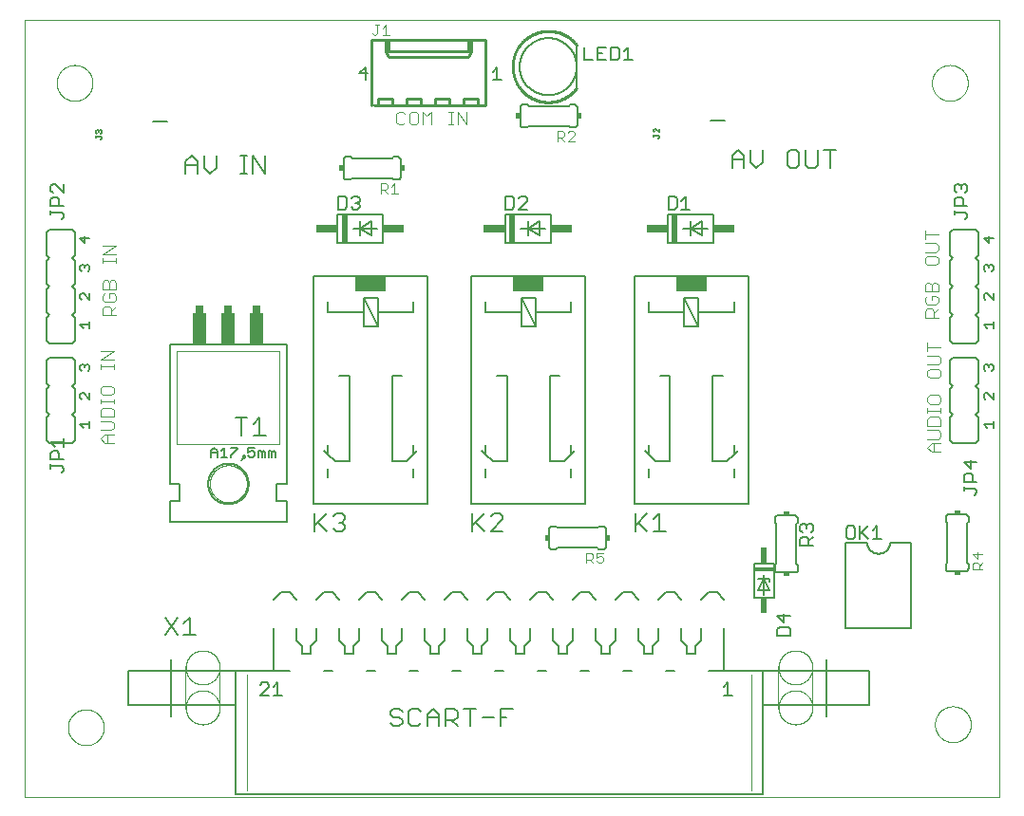
<source format=gto>
G75*
%MOIN*%
%OFA0B0*%
%FSLAX25Y25*%
%IPPOS*%
%LPD*%
%AMOC8*
5,1,8,0,0,1.08239X$1,22.5*
%
%ADD10C,0.00000*%
%ADD11C,0.00600*%
%ADD12C,0.00400*%
%ADD13C,0.00500*%
%ADD14R,0.02000X0.10000*%
%ADD15R,0.07500X0.03000*%
%ADD16C,0.00700*%
%ADD17R,0.10000X0.05000*%
%ADD18C,0.00800*%
%ADD19C,0.01000*%
%ADD20R,0.01500X0.02000*%
%ADD21R,0.02000X0.01500*%
%ADD22C,0.00200*%
%ADD23R,0.03000X0.02500*%
%ADD24R,0.05000X0.11000*%
%ADD25C,0.00009*%
%ADD26R,0.07000X0.01500*%
%ADD27R,0.02000X0.05500*%
D10*
X0001000Y0001000D02*
X0001000Y0273953D01*
X0343205Y0273953D01*
X0343205Y0001000D01*
X0001000Y0001000D01*
X0016276Y0025331D02*
X0016278Y0025489D01*
X0016284Y0025647D01*
X0016294Y0025805D01*
X0016308Y0025963D01*
X0016326Y0026120D01*
X0016347Y0026277D01*
X0016373Y0026433D01*
X0016403Y0026589D01*
X0016436Y0026744D01*
X0016474Y0026897D01*
X0016515Y0027050D01*
X0016560Y0027202D01*
X0016609Y0027353D01*
X0016662Y0027502D01*
X0016718Y0027650D01*
X0016778Y0027796D01*
X0016842Y0027941D01*
X0016910Y0028084D01*
X0016981Y0028226D01*
X0017055Y0028366D01*
X0017133Y0028503D01*
X0017215Y0028639D01*
X0017299Y0028773D01*
X0017388Y0028904D01*
X0017479Y0029033D01*
X0017574Y0029160D01*
X0017671Y0029285D01*
X0017772Y0029407D01*
X0017876Y0029526D01*
X0017983Y0029643D01*
X0018093Y0029757D01*
X0018206Y0029868D01*
X0018321Y0029977D01*
X0018439Y0030082D01*
X0018560Y0030184D01*
X0018683Y0030284D01*
X0018809Y0030380D01*
X0018937Y0030473D01*
X0019067Y0030563D01*
X0019200Y0030649D01*
X0019335Y0030733D01*
X0019471Y0030812D01*
X0019610Y0030889D01*
X0019751Y0030961D01*
X0019893Y0031031D01*
X0020037Y0031096D01*
X0020183Y0031158D01*
X0020330Y0031216D01*
X0020479Y0031271D01*
X0020629Y0031322D01*
X0020780Y0031369D01*
X0020932Y0031412D01*
X0021085Y0031451D01*
X0021240Y0031487D01*
X0021395Y0031518D01*
X0021551Y0031546D01*
X0021707Y0031570D01*
X0021864Y0031590D01*
X0022022Y0031606D01*
X0022179Y0031618D01*
X0022338Y0031626D01*
X0022496Y0031630D01*
X0022654Y0031630D01*
X0022812Y0031626D01*
X0022971Y0031618D01*
X0023128Y0031606D01*
X0023286Y0031590D01*
X0023443Y0031570D01*
X0023599Y0031546D01*
X0023755Y0031518D01*
X0023910Y0031487D01*
X0024065Y0031451D01*
X0024218Y0031412D01*
X0024370Y0031369D01*
X0024521Y0031322D01*
X0024671Y0031271D01*
X0024820Y0031216D01*
X0024967Y0031158D01*
X0025113Y0031096D01*
X0025257Y0031031D01*
X0025399Y0030961D01*
X0025540Y0030889D01*
X0025679Y0030812D01*
X0025815Y0030733D01*
X0025950Y0030649D01*
X0026083Y0030563D01*
X0026213Y0030473D01*
X0026341Y0030380D01*
X0026467Y0030284D01*
X0026590Y0030184D01*
X0026711Y0030082D01*
X0026829Y0029977D01*
X0026944Y0029868D01*
X0027057Y0029757D01*
X0027167Y0029643D01*
X0027274Y0029526D01*
X0027378Y0029407D01*
X0027479Y0029285D01*
X0027576Y0029160D01*
X0027671Y0029033D01*
X0027762Y0028904D01*
X0027851Y0028773D01*
X0027935Y0028639D01*
X0028017Y0028503D01*
X0028095Y0028366D01*
X0028169Y0028226D01*
X0028240Y0028084D01*
X0028308Y0027941D01*
X0028372Y0027796D01*
X0028432Y0027650D01*
X0028488Y0027502D01*
X0028541Y0027353D01*
X0028590Y0027202D01*
X0028635Y0027050D01*
X0028676Y0026897D01*
X0028714Y0026744D01*
X0028747Y0026589D01*
X0028777Y0026433D01*
X0028803Y0026277D01*
X0028824Y0026120D01*
X0028842Y0025963D01*
X0028856Y0025805D01*
X0028866Y0025647D01*
X0028872Y0025489D01*
X0028874Y0025331D01*
X0028872Y0025173D01*
X0028866Y0025015D01*
X0028856Y0024857D01*
X0028842Y0024699D01*
X0028824Y0024542D01*
X0028803Y0024385D01*
X0028777Y0024229D01*
X0028747Y0024073D01*
X0028714Y0023918D01*
X0028676Y0023765D01*
X0028635Y0023612D01*
X0028590Y0023460D01*
X0028541Y0023309D01*
X0028488Y0023160D01*
X0028432Y0023012D01*
X0028372Y0022866D01*
X0028308Y0022721D01*
X0028240Y0022578D01*
X0028169Y0022436D01*
X0028095Y0022296D01*
X0028017Y0022159D01*
X0027935Y0022023D01*
X0027851Y0021889D01*
X0027762Y0021758D01*
X0027671Y0021629D01*
X0027576Y0021502D01*
X0027479Y0021377D01*
X0027378Y0021255D01*
X0027274Y0021136D01*
X0027167Y0021019D01*
X0027057Y0020905D01*
X0026944Y0020794D01*
X0026829Y0020685D01*
X0026711Y0020580D01*
X0026590Y0020478D01*
X0026467Y0020378D01*
X0026341Y0020282D01*
X0026213Y0020189D01*
X0026083Y0020099D01*
X0025950Y0020013D01*
X0025815Y0019929D01*
X0025679Y0019850D01*
X0025540Y0019773D01*
X0025399Y0019701D01*
X0025257Y0019631D01*
X0025113Y0019566D01*
X0024967Y0019504D01*
X0024820Y0019446D01*
X0024671Y0019391D01*
X0024521Y0019340D01*
X0024370Y0019293D01*
X0024218Y0019250D01*
X0024065Y0019211D01*
X0023910Y0019175D01*
X0023755Y0019144D01*
X0023599Y0019116D01*
X0023443Y0019092D01*
X0023286Y0019072D01*
X0023128Y0019056D01*
X0022971Y0019044D01*
X0022812Y0019036D01*
X0022654Y0019032D01*
X0022496Y0019032D01*
X0022338Y0019036D01*
X0022179Y0019044D01*
X0022022Y0019056D01*
X0021864Y0019072D01*
X0021707Y0019092D01*
X0021551Y0019116D01*
X0021395Y0019144D01*
X0021240Y0019175D01*
X0021085Y0019211D01*
X0020932Y0019250D01*
X0020780Y0019293D01*
X0020629Y0019340D01*
X0020479Y0019391D01*
X0020330Y0019446D01*
X0020183Y0019504D01*
X0020037Y0019566D01*
X0019893Y0019631D01*
X0019751Y0019701D01*
X0019610Y0019773D01*
X0019471Y0019850D01*
X0019335Y0019929D01*
X0019200Y0020013D01*
X0019067Y0020099D01*
X0018937Y0020189D01*
X0018809Y0020282D01*
X0018683Y0020378D01*
X0018560Y0020478D01*
X0018439Y0020580D01*
X0018321Y0020685D01*
X0018206Y0020794D01*
X0018093Y0020905D01*
X0017983Y0021019D01*
X0017876Y0021136D01*
X0017772Y0021255D01*
X0017671Y0021377D01*
X0017574Y0021502D01*
X0017479Y0021629D01*
X0017388Y0021758D01*
X0017299Y0021889D01*
X0017215Y0022023D01*
X0017133Y0022159D01*
X0017055Y0022296D01*
X0016981Y0022436D01*
X0016910Y0022578D01*
X0016842Y0022721D01*
X0016778Y0022866D01*
X0016718Y0023012D01*
X0016662Y0023160D01*
X0016609Y0023309D01*
X0016560Y0023460D01*
X0016515Y0023612D01*
X0016474Y0023765D01*
X0016436Y0023918D01*
X0016403Y0024073D01*
X0016373Y0024229D01*
X0016347Y0024385D01*
X0016326Y0024542D01*
X0016308Y0024699D01*
X0016294Y0024857D01*
X0016284Y0025015D01*
X0016278Y0025173D01*
X0016276Y0025331D01*
X0057625Y0032331D02*
X0057627Y0032485D01*
X0057633Y0032639D01*
X0057643Y0032792D01*
X0057657Y0032945D01*
X0057675Y0033098D01*
X0057696Y0033250D01*
X0057722Y0033402D01*
X0057752Y0033553D01*
X0057785Y0033703D01*
X0057823Y0033852D01*
X0057864Y0034001D01*
X0057909Y0034148D01*
X0057958Y0034294D01*
X0058011Y0034438D01*
X0058067Y0034581D01*
X0058127Y0034723D01*
X0058191Y0034863D01*
X0058258Y0035001D01*
X0058329Y0035138D01*
X0058403Y0035273D01*
X0058481Y0035405D01*
X0058562Y0035536D01*
X0058647Y0035665D01*
X0058734Y0035791D01*
X0058825Y0035915D01*
X0058920Y0036036D01*
X0059017Y0036156D01*
X0059117Y0036272D01*
X0059221Y0036386D01*
X0059327Y0036497D01*
X0059436Y0036606D01*
X0059548Y0036711D01*
X0059663Y0036814D01*
X0059780Y0036914D01*
X0059900Y0037010D01*
X0060022Y0037104D01*
X0060146Y0037194D01*
X0060273Y0037281D01*
X0060402Y0037365D01*
X0060534Y0037445D01*
X0060667Y0037522D01*
X0060802Y0037595D01*
X0060939Y0037665D01*
X0061078Y0037732D01*
X0061218Y0037794D01*
X0061360Y0037853D01*
X0061504Y0037909D01*
X0061649Y0037961D01*
X0061795Y0038008D01*
X0061942Y0038053D01*
X0062091Y0038093D01*
X0062240Y0038129D01*
X0062391Y0038162D01*
X0062542Y0038191D01*
X0062694Y0038215D01*
X0062846Y0038236D01*
X0062999Y0038253D01*
X0063152Y0038266D01*
X0063306Y0038275D01*
X0063460Y0038280D01*
X0063613Y0038281D01*
X0063767Y0038278D01*
X0063921Y0038271D01*
X0064074Y0038260D01*
X0064228Y0038245D01*
X0064380Y0038226D01*
X0064532Y0038203D01*
X0064684Y0038177D01*
X0064835Y0038146D01*
X0064985Y0038112D01*
X0065134Y0038073D01*
X0065281Y0038031D01*
X0065428Y0037985D01*
X0065574Y0037935D01*
X0065718Y0037882D01*
X0065861Y0037824D01*
X0066002Y0037763D01*
X0066142Y0037699D01*
X0066280Y0037631D01*
X0066416Y0037559D01*
X0066550Y0037484D01*
X0066682Y0037405D01*
X0066812Y0037323D01*
X0066940Y0037238D01*
X0067066Y0037149D01*
X0067189Y0037057D01*
X0067310Y0036962D01*
X0067429Y0036864D01*
X0067545Y0036763D01*
X0067658Y0036659D01*
X0067769Y0036552D01*
X0067876Y0036442D01*
X0067981Y0036329D01*
X0068083Y0036214D01*
X0068182Y0036096D01*
X0068278Y0035976D01*
X0068371Y0035853D01*
X0068460Y0035728D01*
X0068546Y0035601D01*
X0068629Y0035471D01*
X0068709Y0035339D01*
X0068785Y0035206D01*
X0068857Y0035070D01*
X0068926Y0034932D01*
X0068992Y0034793D01*
X0069054Y0034652D01*
X0069112Y0034510D01*
X0069166Y0034366D01*
X0069217Y0034221D01*
X0069264Y0034074D01*
X0069307Y0033927D01*
X0069346Y0033778D01*
X0069382Y0033628D01*
X0069413Y0033478D01*
X0069441Y0033326D01*
X0069465Y0033174D01*
X0069485Y0033022D01*
X0069501Y0032869D01*
X0069513Y0032715D01*
X0069521Y0032562D01*
X0069525Y0032408D01*
X0069525Y0032254D01*
X0069521Y0032100D01*
X0069513Y0031947D01*
X0069501Y0031793D01*
X0069485Y0031640D01*
X0069465Y0031488D01*
X0069441Y0031336D01*
X0069413Y0031184D01*
X0069382Y0031034D01*
X0069346Y0030884D01*
X0069307Y0030735D01*
X0069264Y0030588D01*
X0069217Y0030441D01*
X0069166Y0030296D01*
X0069112Y0030152D01*
X0069054Y0030010D01*
X0068992Y0029869D01*
X0068926Y0029730D01*
X0068857Y0029592D01*
X0068785Y0029456D01*
X0068709Y0029323D01*
X0068629Y0029191D01*
X0068546Y0029061D01*
X0068460Y0028934D01*
X0068371Y0028809D01*
X0068278Y0028686D01*
X0068182Y0028566D01*
X0068083Y0028448D01*
X0067981Y0028333D01*
X0067876Y0028220D01*
X0067769Y0028110D01*
X0067658Y0028003D01*
X0067545Y0027899D01*
X0067429Y0027798D01*
X0067310Y0027700D01*
X0067189Y0027605D01*
X0067066Y0027513D01*
X0066940Y0027424D01*
X0066812Y0027339D01*
X0066682Y0027257D01*
X0066550Y0027178D01*
X0066416Y0027103D01*
X0066280Y0027031D01*
X0066142Y0026963D01*
X0066002Y0026899D01*
X0065861Y0026838D01*
X0065718Y0026780D01*
X0065574Y0026727D01*
X0065428Y0026677D01*
X0065281Y0026631D01*
X0065134Y0026589D01*
X0064985Y0026550D01*
X0064835Y0026516D01*
X0064684Y0026485D01*
X0064532Y0026459D01*
X0064380Y0026436D01*
X0064228Y0026417D01*
X0064074Y0026402D01*
X0063921Y0026391D01*
X0063767Y0026384D01*
X0063613Y0026381D01*
X0063460Y0026382D01*
X0063306Y0026387D01*
X0063152Y0026396D01*
X0062999Y0026409D01*
X0062846Y0026426D01*
X0062694Y0026447D01*
X0062542Y0026471D01*
X0062391Y0026500D01*
X0062240Y0026533D01*
X0062091Y0026569D01*
X0061942Y0026609D01*
X0061795Y0026654D01*
X0061649Y0026701D01*
X0061504Y0026753D01*
X0061360Y0026809D01*
X0061218Y0026868D01*
X0061078Y0026930D01*
X0060939Y0026997D01*
X0060802Y0027067D01*
X0060667Y0027140D01*
X0060534Y0027217D01*
X0060402Y0027297D01*
X0060273Y0027381D01*
X0060146Y0027468D01*
X0060022Y0027558D01*
X0059900Y0027652D01*
X0059780Y0027748D01*
X0059663Y0027848D01*
X0059548Y0027951D01*
X0059436Y0028056D01*
X0059327Y0028165D01*
X0059221Y0028276D01*
X0059117Y0028390D01*
X0059017Y0028506D01*
X0058920Y0028626D01*
X0058825Y0028747D01*
X0058734Y0028871D01*
X0058647Y0028997D01*
X0058562Y0029126D01*
X0058481Y0029257D01*
X0058403Y0029389D01*
X0058329Y0029524D01*
X0058258Y0029661D01*
X0058191Y0029799D01*
X0058127Y0029939D01*
X0058067Y0030081D01*
X0058011Y0030224D01*
X0057958Y0030368D01*
X0057909Y0030514D01*
X0057864Y0030661D01*
X0057823Y0030810D01*
X0057785Y0030959D01*
X0057752Y0031109D01*
X0057722Y0031260D01*
X0057696Y0031412D01*
X0057675Y0031564D01*
X0057657Y0031717D01*
X0057643Y0031870D01*
X0057633Y0032023D01*
X0057627Y0032177D01*
X0057625Y0032331D01*
X0057575Y0032331D02*
X0057577Y0032178D01*
X0057583Y0032025D01*
X0057593Y0031872D01*
X0057606Y0031719D01*
X0057624Y0031567D01*
X0057645Y0031415D01*
X0057671Y0031264D01*
X0057700Y0031114D01*
X0057733Y0030964D01*
X0057770Y0030815D01*
X0057810Y0030667D01*
X0057855Y0030521D01*
X0057903Y0030375D01*
X0057955Y0030231D01*
X0058010Y0030088D01*
X0058069Y0029947D01*
X0058132Y0029807D01*
X0058198Y0029669D01*
X0058268Y0029532D01*
X0058341Y0029398D01*
X0058418Y0029265D01*
X0058498Y0029134D01*
X0058581Y0029006D01*
X0058667Y0028879D01*
X0058757Y0028755D01*
X0058850Y0028633D01*
X0058946Y0028514D01*
X0059045Y0028397D01*
X0059147Y0028282D01*
X0059252Y0028170D01*
X0059360Y0028061D01*
X0059470Y0027955D01*
X0059583Y0027852D01*
X0059699Y0027751D01*
X0059817Y0027654D01*
X0059938Y0027559D01*
X0060061Y0027468D01*
X0060186Y0027380D01*
X0060314Y0027295D01*
X0060443Y0027213D01*
X0060575Y0027135D01*
X0060709Y0027060D01*
X0060844Y0026988D01*
X0060982Y0026920D01*
X0061121Y0026856D01*
X0061261Y0026795D01*
X0061403Y0026738D01*
X0061547Y0026684D01*
X0061692Y0026634D01*
X0061838Y0026588D01*
X0061985Y0026545D01*
X0062133Y0026507D01*
X0062283Y0026472D01*
X0062433Y0026441D01*
X0062583Y0026413D01*
X0062735Y0026390D01*
X0062887Y0026371D01*
X0063039Y0026355D01*
X0063192Y0026343D01*
X0063345Y0026335D01*
X0063498Y0026331D01*
X0063652Y0026331D01*
X0063805Y0026335D01*
X0063958Y0026343D01*
X0064111Y0026355D01*
X0064263Y0026371D01*
X0064415Y0026390D01*
X0064567Y0026413D01*
X0064717Y0026441D01*
X0064867Y0026472D01*
X0065017Y0026507D01*
X0065165Y0026545D01*
X0065312Y0026588D01*
X0065458Y0026634D01*
X0065603Y0026684D01*
X0065747Y0026738D01*
X0065889Y0026795D01*
X0066029Y0026856D01*
X0066168Y0026920D01*
X0066306Y0026988D01*
X0066441Y0027060D01*
X0066575Y0027135D01*
X0066707Y0027213D01*
X0066836Y0027295D01*
X0066964Y0027380D01*
X0067089Y0027468D01*
X0067212Y0027559D01*
X0067333Y0027654D01*
X0067451Y0027751D01*
X0067567Y0027852D01*
X0067680Y0027955D01*
X0067790Y0028061D01*
X0067898Y0028170D01*
X0068003Y0028282D01*
X0068105Y0028397D01*
X0068204Y0028514D01*
X0068300Y0028633D01*
X0068393Y0028755D01*
X0068483Y0028879D01*
X0068569Y0029006D01*
X0068652Y0029134D01*
X0068732Y0029265D01*
X0068809Y0029398D01*
X0068882Y0029532D01*
X0068952Y0029669D01*
X0069018Y0029807D01*
X0069081Y0029947D01*
X0069140Y0030088D01*
X0069195Y0030231D01*
X0069247Y0030375D01*
X0069295Y0030521D01*
X0069340Y0030667D01*
X0069380Y0030815D01*
X0069417Y0030964D01*
X0069450Y0031114D01*
X0069479Y0031264D01*
X0069505Y0031415D01*
X0069526Y0031567D01*
X0069544Y0031719D01*
X0069557Y0031872D01*
X0069567Y0032025D01*
X0069573Y0032178D01*
X0069575Y0032331D01*
X0057625Y0046331D02*
X0057627Y0046485D01*
X0057633Y0046639D01*
X0057643Y0046792D01*
X0057657Y0046945D01*
X0057675Y0047098D01*
X0057696Y0047250D01*
X0057722Y0047402D01*
X0057752Y0047553D01*
X0057785Y0047703D01*
X0057823Y0047852D01*
X0057864Y0048001D01*
X0057909Y0048148D01*
X0057958Y0048294D01*
X0058011Y0048438D01*
X0058067Y0048581D01*
X0058127Y0048723D01*
X0058191Y0048863D01*
X0058258Y0049001D01*
X0058329Y0049138D01*
X0058403Y0049273D01*
X0058481Y0049405D01*
X0058562Y0049536D01*
X0058647Y0049665D01*
X0058734Y0049791D01*
X0058825Y0049915D01*
X0058920Y0050036D01*
X0059017Y0050156D01*
X0059117Y0050272D01*
X0059221Y0050386D01*
X0059327Y0050497D01*
X0059436Y0050606D01*
X0059548Y0050711D01*
X0059663Y0050814D01*
X0059780Y0050914D01*
X0059900Y0051010D01*
X0060022Y0051104D01*
X0060146Y0051194D01*
X0060273Y0051281D01*
X0060402Y0051365D01*
X0060534Y0051445D01*
X0060667Y0051522D01*
X0060802Y0051595D01*
X0060939Y0051665D01*
X0061078Y0051732D01*
X0061218Y0051794D01*
X0061360Y0051853D01*
X0061504Y0051909D01*
X0061649Y0051961D01*
X0061795Y0052008D01*
X0061942Y0052053D01*
X0062091Y0052093D01*
X0062240Y0052129D01*
X0062391Y0052162D01*
X0062542Y0052191D01*
X0062694Y0052215D01*
X0062846Y0052236D01*
X0062999Y0052253D01*
X0063152Y0052266D01*
X0063306Y0052275D01*
X0063460Y0052280D01*
X0063613Y0052281D01*
X0063767Y0052278D01*
X0063921Y0052271D01*
X0064074Y0052260D01*
X0064228Y0052245D01*
X0064380Y0052226D01*
X0064532Y0052203D01*
X0064684Y0052177D01*
X0064835Y0052146D01*
X0064985Y0052112D01*
X0065134Y0052073D01*
X0065281Y0052031D01*
X0065428Y0051985D01*
X0065574Y0051935D01*
X0065718Y0051882D01*
X0065861Y0051824D01*
X0066002Y0051763D01*
X0066142Y0051699D01*
X0066280Y0051631D01*
X0066416Y0051559D01*
X0066550Y0051484D01*
X0066682Y0051405D01*
X0066812Y0051323D01*
X0066940Y0051238D01*
X0067066Y0051149D01*
X0067189Y0051057D01*
X0067310Y0050962D01*
X0067429Y0050864D01*
X0067545Y0050763D01*
X0067658Y0050659D01*
X0067769Y0050552D01*
X0067876Y0050442D01*
X0067981Y0050329D01*
X0068083Y0050214D01*
X0068182Y0050096D01*
X0068278Y0049976D01*
X0068371Y0049853D01*
X0068460Y0049728D01*
X0068546Y0049601D01*
X0068629Y0049471D01*
X0068709Y0049339D01*
X0068785Y0049206D01*
X0068857Y0049070D01*
X0068926Y0048932D01*
X0068992Y0048793D01*
X0069054Y0048652D01*
X0069112Y0048510D01*
X0069166Y0048366D01*
X0069217Y0048221D01*
X0069264Y0048074D01*
X0069307Y0047927D01*
X0069346Y0047778D01*
X0069382Y0047628D01*
X0069413Y0047478D01*
X0069441Y0047326D01*
X0069465Y0047174D01*
X0069485Y0047022D01*
X0069501Y0046869D01*
X0069513Y0046715D01*
X0069521Y0046562D01*
X0069525Y0046408D01*
X0069525Y0046254D01*
X0069521Y0046100D01*
X0069513Y0045947D01*
X0069501Y0045793D01*
X0069485Y0045640D01*
X0069465Y0045488D01*
X0069441Y0045336D01*
X0069413Y0045184D01*
X0069382Y0045034D01*
X0069346Y0044884D01*
X0069307Y0044735D01*
X0069264Y0044588D01*
X0069217Y0044441D01*
X0069166Y0044296D01*
X0069112Y0044152D01*
X0069054Y0044010D01*
X0068992Y0043869D01*
X0068926Y0043730D01*
X0068857Y0043592D01*
X0068785Y0043456D01*
X0068709Y0043323D01*
X0068629Y0043191D01*
X0068546Y0043061D01*
X0068460Y0042934D01*
X0068371Y0042809D01*
X0068278Y0042686D01*
X0068182Y0042566D01*
X0068083Y0042448D01*
X0067981Y0042333D01*
X0067876Y0042220D01*
X0067769Y0042110D01*
X0067658Y0042003D01*
X0067545Y0041899D01*
X0067429Y0041798D01*
X0067310Y0041700D01*
X0067189Y0041605D01*
X0067066Y0041513D01*
X0066940Y0041424D01*
X0066812Y0041339D01*
X0066682Y0041257D01*
X0066550Y0041178D01*
X0066416Y0041103D01*
X0066280Y0041031D01*
X0066142Y0040963D01*
X0066002Y0040899D01*
X0065861Y0040838D01*
X0065718Y0040780D01*
X0065574Y0040727D01*
X0065428Y0040677D01*
X0065281Y0040631D01*
X0065134Y0040589D01*
X0064985Y0040550D01*
X0064835Y0040516D01*
X0064684Y0040485D01*
X0064532Y0040459D01*
X0064380Y0040436D01*
X0064228Y0040417D01*
X0064074Y0040402D01*
X0063921Y0040391D01*
X0063767Y0040384D01*
X0063613Y0040381D01*
X0063460Y0040382D01*
X0063306Y0040387D01*
X0063152Y0040396D01*
X0062999Y0040409D01*
X0062846Y0040426D01*
X0062694Y0040447D01*
X0062542Y0040471D01*
X0062391Y0040500D01*
X0062240Y0040533D01*
X0062091Y0040569D01*
X0061942Y0040609D01*
X0061795Y0040654D01*
X0061649Y0040701D01*
X0061504Y0040753D01*
X0061360Y0040809D01*
X0061218Y0040868D01*
X0061078Y0040930D01*
X0060939Y0040997D01*
X0060802Y0041067D01*
X0060667Y0041140D01*
X0060534Y0041217D01*
X0060402Y0041297D01*
X0060273Y0041381D01*
X0060146Y0041468D01*
X0060022Y0041558D01*
X0059900Y0041652D01*
X0059780Y0041748D01*
X0059663Y0041848D01*
X0059548Y0041951D01*
X0059436Y0042056D01*
X0059327Y0042165D01*
X0059221Y0042276D01*
X0059117Y0042390D01*
X0059017Y0042506D01*
X0058920Y0042626D01*
X0058825Y0042747D01*
X0058734Y0042871D01*
X0058647Y0042997D01*
X0058562Y0043126D01*
X0058481Y0043257D01*
X0058403Y0043389D01*
X0058329Y0043524D01*
X0058258Y0043661D01*
X0058191Y0043799D01*
X0058127Y0043939D01*
X0058067Y0044081D01*
X0058011Y0044224D01*
X0057958Y0044368D01*
X0057909Y0044514D01*
X0057864Y0044661D01*
X0057823Y0044810D01*
X0057785Y0044959D01*
X0057752Y0045109D01*
X0057722Y0045260D01*
X0057696Y0045412D01*
X0057675Y0045564D01*
X0057657Y0045717D01*
X0057643Y0045870D01*
X0057633Y0046023D01*
X0057627Y0046177D01*
X0057625Y0046331D01*
X0057575Y0046331D02*
X0057577Y0046484D01*
X0057583Y0046637D01*
X0057593Y0046790D01*
X0057606Y0046943D01*
X0057624Y0047095D01*
X0057645Y0047247D01*
X0057671Y0047398D01*
X0057700Y0047548D01*
X0057733Y0047698D01*
X0057770Y0047847D01*
X0057810Y0047995D01*
X0057855Y0048141D01*
X0057903Y0048287D01*
X0057955Y0048431D01*
X0058010Y0048574D01*
X0058069Y0048715D01*
X0058132Y0048855D01*
X0058198Y0048993D01*
X0058268Y0049130D01*
X0058341Y0049264D01*
X0058418Y0049397D01*
X0058498Y0049528D01*
X0058581Y0049656D01*
X0058667Y0049783D01*
X0058757Y0049907D01*
X0058850Y0050029D01*
X0058946Y0050148D01*
X0059045Y0050265D01*
X0059147Y0050380D01*
X0059252Y0050492D01*
X0059360Y0050601D01*
X0059470Y0050707D01*
X0059583Y0050810D01*
X0059699Y0050911D01*
X0059817Y0051008D01*
X0059938Y0051103D01*
X0060061Y0051194D01*
X0060186Y0051282D01*
X0060314Y0051367D01*
X0060443Y0051449D01*
X0060575Y0051527D01*
X0060709Y0051602D01*
X0060844Y0051674D01*
X0060982Y0051742D01*
X0061121Y0051806D01*
X0061261Y0051867D01*
X0061403Y0051924D01*
X0061547Y0051978D01*
X0061692Y0052028D01*
X0061838Y0052074D01*
X0061985Y0052117D01*
X0062133Y0052155D01*
X0062283Y0052190D01*
X0062433Y0052221D01*
X0062583Y0052249D01*
X0062735Y0052272D01*
X0062887Y0052291D01*
X0063039Y0052307D01*
X0063192Y0052319D01*
X0063345Y0052327D01*
X0063498Y0052331D01*
X0063652Y0052331D01*
X0063805Y0052327D01*
X0063958Y0052319D01*
X0064111Y0052307D01*
X0064263Y0052291D01*
X0064415Y0052272D01*
X0064567Y0052249D01*
X0064717Y0052221D01*
X0064867Y0052190D01*
X0065017Y0052155D01*
X0065165Y0052117D01*
X0065312Y0052074D01*
X0065458Y0052028D01*
X0065603Y0051978D01*
X0065747Y0051924D01*
X0065889Y0051867D01*
X0066029Y0051806D01*
X0066168Y0051742D01*
X0066306Y0051674D01*
X0066441Y0051602D01*
X0066575Y0051527D01*
X0066707Y0051449D01*
X0066836Y0051367D01*
X0066964Y0051282D01*
X0067089Y0051194D01*
X0067212Y0051103D01*
X0067333Y0051008D01*
X0067451Y0050911D01*
X0067567Y0050810D01*
X0067680Y0050707D01*
X0067790Y0050601D01*
X0067898Y0050492D01*
X0068003Y0050380D01*
X0068105Y0050265D01*
X0068204Y0050148D01*
X0068300Y0050029D01*
X0068393Y0049907D01*
X0068483Y0049783D01*
X0068569Y0049656D01*
X0068652Y0049528D01*
X0068732Y0049397D01*
X0068809Y0049264D01*
X0068882Y0049130D01*
X0068952Y0048993D01*
X0069018Y0048855D01*
X0069081Y0048715D01*
X0069140Y0048574D01*
X0069195Y0048431D01*
X0069247Y0048287D01*
X0069295Y0048141D01*
X0069340Y0047995D01*
X0069380Y0047847D01*
X0069417Y0047698D01*
X0069450Y0047548D01*
X0069479Y0047398D01*
X0069505Y0047247D01*
X0069526Y0047095D01*
X0069544Y0046943D01*
X0069557Y0046790D01*
X0069567Y0046637D01*
X0069573Y0046484D01*
X0069575Y0046331D01*
X0066075Y0110898D02*
X0066077Y0111059D01*
X0066083Y0111219D01*
X0066093Y0111380D01*
X0066107Y0111540D01*
X0066125Y0111700D01*
X0066146Y0111859D01*
X0066172Y0112018D01*
X0066202Y0112176D01*
X0066235Y0112333D01*
X0066273Y0112490D01*
X0066314Y0112645D01*
X0066359Y0112799D01*
X0066408Y0112952D01*
X0066461Y0113104D01*
X0066517Y0113255D01*
X0066578Y0113404D01*
X0066641Y0113552D01*
X0066709Y0113698D01*
X0066780Y0113842D01*
X0066854Y0113984D01*
X0066932Y0114125D01*
X0067014Y0114263D01*
X0067099Y0114400D01*
X0067187Y0114534D01*
X0067279Y0114666D01*
X0067374Y0114796D01*
X0067472Y0114924D01*
X0067573Y0115049D01*
X0067677Y0115171D01*
X0067784Y0115291D01*
X0067894Y0115408D01*
X0068007Y0115523D01*
X0068123Y0115634D01*
X0068242Y0115743D01*
X0068363Y0115848D01*
X0068487Y0115951D01*
X0068613Y0116051D01*
X0068741Y0116147D01*
X0068872Y0116240D01*
X0069006Y0116330D01*
X0069141Y0116417D01*
X0069279Y0116500D01*
X0069418Y0116580D01*
X0069560Y0116656D01*
X0069703Y0116729D01*
X0069848Y0116798D01*
X0069995Y0116864D01*
X0070143Y0116926D01*
X0070293Y0116984D01*
X0070444Y0117039D01*
X0070597Y0117090D01*
X0070751Y0117137D01*
X0070906Y0117180D01*
X0071062Y0117219D01*
X0071218Y0117255D01*
X0071376Y0117286D01*
X0071534Y0117314D01*
X0071693Y0117338D01*
X0071853Y0117358D01*
X0072013Y0117374D01*
X0072173Y0117386D01*
X0072334Y0117394D01*
X0072495Y0117398D01*
X0072655Y0117398D01*
X0072816Y0117394D01*
X0072977Y0117386D01*
X0073137Y0117374D01*
X0073297Y0117358D01*
X0073457Y0117338D01*
X0073616Y0117314D01*
X0073774Y0117286D01*
X0073932Y0117255D01*
X0074088Y0117219D01*
X0074244Y0117180D01*
X0074399Y0117137D01*
X0074553Y0117090D01*
X0074706Y0117039D01*
X0074857Y0116984D01*
X0075007Y0116926D01*
X0075155Y0116864D01*
X0075302Y0116798D01*
X0075447Y0116729D01*
X0075590Y0116656D01*
X0075732Y0116580D01*
X0075871Y0116500D01*
X0076009Y0116417D01*
X0076144Y0116330D01*
X0076278Y0116240D01*
X0076409Y0116147D01*
X0076537Y0116051D01*
X0076663Y0115951D01*
X0076787Y0115848D01*
X0076908Y0115743D01*
X0077027Y0115634D01*
X0077143Y0115523D01*
X0077256Y0115408D01*
X0077366Y0115291D01*
X0077473Y0115171D01*
X0077577Y0115049D01*
X0077678Y0114924D01*
X0077776Y0114796D01*
X0077871Y0114666D01*
X0077963Y0114534D01*
X0078051Y0114400D01*
X0078136Y0114263D01*
X0078218Y0114125D01*
X0078296Y0113984D01*
X0078370Y0113842D01*
X0078441Y0113698D01*
X0078509Y0113552D01*
X0078572Y0113404D01*
X0078633Y0113255D01*
X0078689Y0113104D01*
X0078742Y0112952D01*
X0078791Y0112799D01*
X0078836Y0112645D01*
X0078877Y0112490D01*
X0078915Y0112333D01*
X0078948Y0112176D01*
X0078978Y0112018D01*
X0079004Y0111859D01*
X0079025Y0111700D01*
X0079043Y0111540D01*
X0079057Y0111380D01*
X0079067Y0111219D01*
X0079073Y0111059D01*
X0079075Y0110898D01*
X0079073Y0110737D01*
X0079067Y0110577D01*
X0079057Y0110416D01*
X0079043Y0110256D01*
X0079025Y0110096D01*
X0079004Y0109937D01*
X0078978Y0109778D01*
X0078948Y0109620D01*
X0078915Y0109463D01*
X0078877Y0109306D01*
X0078836Y0109151D01*
X0078791Y0108997D01*
X0078742Y0108844D01*
X0078689Y0108692D01*
X0078633Y0108541D01*
X0078572Y0108392D01*
X0078509Y0108244D01*
X0078441Y0108098D01*
X0078370Y0107954D01*
X0078296Y0107812D01*
X0078218Y0107671D01*
X0078136Y0107533D01*
X0078051Y0107396D01*
X0077963Y0107262D01*
X0077871Y0107130D01*
X0077776Y0107000D01*
X0077678Y0106872D01*
X0077577Y0106747D01*
X0077473Y0106625D01*
X0077366Y0106505D01*
X0077256Y0106388D01*
X0077143Y0106273D01*
X0077027Y0106162D01*
X0076908Y0106053D01*
X0076787Y0105948D01*
X0076663Y0105845D01*
X0076537Y0105745D01*
X0076409Y0105649D01*
X0076278Y0105556D01*
X0076144Y0105466D01*
X0076009Y0105379D01*
X0075871Y0105296D01*
X0075732Y0105216D01*
X0075590Y0105140D01*
X0075447Y0105067D01*
X0075302Y0104998D01*
X0075155Y0104932D01*
X0075007Y0104870D01*
X0074857Y0104812D01*
X0074706Y0104757D01*
X0074553Y0104706D01*
X0074399Y0104659D01*
X0074244Y0104616D01*
X0074088Y0104577D01*
X0073932Y0104541D01*
X0073774Y0104510D01*
X0073616Y0104482D01*
X0073457Y0104458D01*
X0073297Y0104438D01*
X0073137Y0104422D01*
X0072977Y0104410D01*
X0072816Y0104402D01*
X0072655Y0104398D01*
X0072495Y0104398D01*
X0072334Y0104402D01*
X0072173Y0104410D01*
X0072013Y0104422D01*
X0071853Y0104438D01*
X0071693Y0104458D01*
X0071534Y0104482D01*
X0071376Y0104510D01*
X0071218Y0104541D01*
X0071062Y0104577D01*
X0070906Y0104616D01*
X0070751Y0104659D01*
X0070597Y0104706D01*
X0070444Y0104757D01*
X0070293Y0104812D01*
X0070143Y0104870D01*
X0069995Y0104932D01*
X0069848Y0104998D01*
X0069703Y0105067D01*
X0069560Y0105140D01*
X0069418Y0105216D01*
X0069279Y0105296D01*
X0069141Y0105379D01*
X0069006Y0105466D01*
X0068872Y0105556D01*
X0068741Y0105649D01*
X0068613Y0105745D01*
X0068487Y0105845D01*
X0068363Y0105948D01*
X0068242Y0106053D01*
X0068123Y0106162D01*
X0068007Y0106273D01*
X0067894Y0106388D01*
X0067784Y0106505D01*
X0067677Y0106625D01*
X0067573Y0106747D01*
X0067472Y0106872D01*
X0067374Y0107000D01*
X0067279Y0107130D01*
X0067187Y0107262D01*
X0067099Y0107396D01*
X0067014Y0107533D01*
X0066932Y0107671D01*
X0066854Y0107812D01*
X0066780Y0107954D01*
X0066709Y0108098D01*
X0066641Y0108244D01*
X0066578Y0108392D01*
X0066517Y0108541D01*
X0066461Y0108692D01*
X0066408Y0108844D01*
X0066359Y0108997D01*
X0066314Y0109151D01*
X0066273Y0109306D01*
X0066235Y0109463D01*
X0066202Y0109620D01*
X0066172Y0109778D01*
X0066146Y0109937D01*
X0066125Y0110096D01*
X0066107Y0110256D01*
X0066093Y0110416D01*
X0066083Y0110577D01*
X0066077Y0110737D01*
X0066075Y0110898D01*
X0012339Y0251709D02*
X0012341Y0251867D01*
X0012347Y0252025D01*
X0012357Y0252183D01*
X0012371Y0252341D01*
X0012389Y0252498D01*
X0012410Y0252655D01*
X0012436Y0252811D01*
X0012466Y0252967D01*
X0012499Y0253122D01*
X0012537Y0253275D01*
X0012578Y0253428D01*
X0012623Y0253580D01*
X0012672Y0253731D01*
X0012725Y0253880D01*
X0012781Y0254028D01*
X0012841Y0254174D01*
X0012905Y0254319D01*
X0012973Y0254462D01*
X0013044Y0254604D01*
X0013118Y0254744D01*
X0013196Y0254881D01*
X0013278Y0255017D01*
X0013362Y0255151D01*
X0013451Y0255282D01*
X0013542Y0255411D01*
X0013637Y0255538D01*
X0013734Y0255663D01*
X0013835Y0255785D01*
X0013939Y0255904D01*
X0014046Y0256021D01*
X0014156Y0256135D01*
X0014269Y0256246D01*
X0014384Y0256355D01*
X0014502Y0256460D01*
X0014623Y0256562D01*
X0014746Y0256662D01*
X0014872Y0256758D01*
X0015000Y0256851D01*
X0015130Y0256941D01*
X0015263Y0257027D01*
X0015398Y0257111D01*
X0015534Y0257190D01*
X0015673Y0257267D01*
X0015814Y0257339D01*
X0015956Y0257409D01*
X0016100Y0257474D01*
X0016246Y0257536D01*
X0016393Y0257594D01*
X0016542Y0257649D01*
X0016692Y0257700D01*
X0016843Y0257747D01*
X0016995Y0257790D01*
X0017148Y0257829D01*
X0017303Y0257865D01*
X0017458Y0257896D01*
X0017614Y0257924D01*
X0017770Y0257948D01*
X0017927Y0257968D01*
X0018085Y0257984D01*
X0018242Y0257996D01*
X0018401Y0258004D01*
X0018559Y0258008D01*
X0018717Y0258008D01*
X0018875Y0258004D01*
X0019034Y0257996D01*
X0019191Y0257984D01*
X0019349Y0257968D01*
X0019506Y0257948D01*
X0019662Y0257924D01*
X0019818Y0257896D01*
X0019973Y0257865D01*
X0020128Y0257829D01*
X0020281Y0257790D01*
X0020433Y0257747D01*
X0020584Y0257700D01*
X0020734Y0257649D01*
X0020883Y0257594D01*
X0021030Y0257536D01*
X0021176Y0257474D01*
X0021320Y0257409D01*
X0021462Y0257339D01*
X0021603Y0257267D01*
X0021742Y0257190D01*
X0021878Y0257111D01*
X0022013Y0257027D01*
X0022146Y0256941D01*
X0022276Y0256851D01*
X0022404Y0256758D01*
X0022530Y0256662D01*
X0022653Y0256562D01*
X0022774Y0256460D01*
X0022892Y0256355D01*
X0023007Y0256246D01*
X0023120Y0256135D01*
X0023230Y0256021D01*
X0023337Y0255904D01*
X0023441Y0255785D01*
X0023542Y0255663D01*
X0023639Y0255538D01*
X0023734Y0255411D01*
X0023825Y0255282D01*
X0023914Y0255151D01*
X0023998Y0255017D01*
X0024080Y0254881D01*
X0024158Y0254744D01*
X0024232Y0254604D01*
X0024303Y0254462D01*
X0024371Y0254319D01*
X0024435Y0254174D01*
X0024495Y0254028D01*
X0024551Y0253880D01*
X0024604Y0253731D01*
X0024653Y0253580D01*
X0024698Y0253428D01*
X0024739Y0253275D01*
X0024777Y0253122D01*
X0024810Y0252967D01*
X0024840Y0252811D01*
X0024866Y0252655D01*
X0024887Y0252498D01*
X0024905Y0252341D01*
X0024919Y0252183D01*
X0024929Y0252025D01*
X0024935Y0251867D01*
X0024937Y0251709D01*
X0024935Y0251551D01*
X0024929Y0251393D01*
X0024919Y0251235D01*
X0024905Y0251077D01*
X0024887Y0250920D01*
X0024866Y0250763D01*
X0024840Y0250607D01*
X0024810Y0250451D01*
X0024777Y0250296D01*
X0024739Y0250143D01*
X0024698Y0249990D01*
X0024653Y0249838D01*
X0024604Y0249687D01*
X0024551Y0249538D01*
X0024495Y0249390D01*
X0024435Y0249244D01*
X0024371Y0249099D01*
X0024303Y0248956D01*
X0024232Y0248814D01*
X0024158Y0248674D01*
X0024080Y0248537D01*
X0023998Y0248401D01*
X0023914Y0248267D01*
X0023825Y0248136D01*
X0023734Y0248007D01*
X0023639Y0247880D01*
X0023542Y0247755D01*
X0023441Y0247633D01*
X0023337Y0247514D01*
X0023230Y0247397D01*
X0023120Y0247283D01*
X0023007Y0247172D01*
X0022892Y0247063D01*
X0022774Y0246958D01*
X0022653Y0246856D01*
X0022530Y0246756D01*
X0022404Y0246660D01*
X0022276Y0246567D01*
X0022146Y0246477D01*
X0022013Y0246391D01*
X0021878Y0246307D01*
X0021742Y0246228D01*
X0021603Y0246151D01*
X0021462Y0246079D01*
X0021320Y0246009D01*
X0021176Y0245944D01*
X0021030Y0245882D01*
X0020883Y0245824D01*
X0020734Y0245769D01*
X0020584Y0245718D01*
X0020433Y0245671D01*
X0020281Y0245628D01*
X0020128Y0245589D01*
X0019973Y0245553D01*
X0019818Y0245522D01*
X0019662Y0245494D01*
X0019506Y0245470D01*
X0019349Y0245450D01*
X0019191Y0245434D01*
X0019034Y0245422D01*
X0018875Y0245414D01*
X0018717Y0245410D01*
X0018559Y0245410D01*
X0018401Y0245414D01*
X0018242Y0245422D01*
X0018085Y0245434D01*
X0017927Y0245450D01*
X0017770Y0245470D01*
X0017614Y0245494D01*
X0017458Y0245522D01*
X0017303Y0245553D01*
X0017148Y0245589D01*
X0016995Y0245628D01*
X0016843Y0245671D01*
X0016692Y0245718D01*
X0016542Y0245769D01*
X0016393Y0245824D01*
X0016246Y0245882D01*
X0016100Y0245944D01*
X0015956Y0246009D01*
X0015814Y0246079D01*
X0015673Y0246151D01*
X0015534Y0246228D01*
X0015398Y0246307D01*
X0015263Y0246391D01*
X0015130Y0246477D01*
X0015000Y0246567D01*
X0014872Y0246660D01*
X0014746Y0246756D01*
X0014623Y0246856D01*
X0014502Y0246958D01*
X0014384Y0247063D01*
X0014269Y0247172D01*
X0014156Y0247283D01*
X0014046Y0247397D01*
X0013939Y0247514D01*
X0013835Y0247633D01*
X0013734Y0247755D01*
X0013637Y0247880D01*
X0013542Y0248007D01*
X0013451Y0248136D01*
X0013362Y0248267D01*
X0013278Y0248401D01*
X0013196Y0248537D01*
X0013118Y0248674D01*
X0013044Y0248814D01*
X0012973Y0248956D01*
X0012905Y0249099D01*
X0012841Y0249244D01*
X0012781Y0249390D01*
X0012725Y0249538D01*
X0012672Y0249687D01*
X0012623Y0249838D01*
X0012578Y0249990D01*
X0012537Y0250143D01*
X0012499Y0250296D01*
X0012466Y0250451D01*
X0012436Y0250607D01*
X0012410Y0250763D01*
X0012389Y0250920D01*
X0012371Y0251077D01*
X0012357Y0251235D01*
X0012347Y0251393D01*
X0012341Y0251551D01*
X0012339Y0251709D01*
X0265625Y0046331D02*
X0265627Y0046485D01*
X0265633Y0046639D01*
X0265643Y0046792D01*
X0265657Y0046945D01*
X0265675Y0047098D01*
X0265696Y0047250D01*
X0265722Y0047402D01*
X0265752Y0047553D01*
X0265785Y0047703D01*
X0265823Y0047852D01*
X0265864Y0048001D01*
X0265909Y0048148D01*
X0265958Y0048294D01*
X0266011Y0048438D01*
X0266067Y0048581D01*
X0266127Y0048723D01*
X0266191Y0048863D01*
X0266258Y0049001D01*
X0266329Y0049138D01*
X0266403Y0049273D01*
X0266481Y0049405D01*
X0266562Y0049536D01*
X0266647Y0049665D01*
X0266734Y0049791D01*
X0266825Y0049915D01*
X0266920Y0050036D01*
X0267017Y0050156D01*
X0267117Y0050272D01*
X0267221Y0050386D01*
X0267327Y0050497D01*
X0267436Y0050606D01*
X0267548Y0050711D01*
X0267663Y0050814D01*
X0267780Y0050914D01*
X0267900Y0051010D01*
X0268022Y0051104D01*
X0268146Y0051194D01*
X0268273Y0051281D01*
X0268402Y0051365D01*
X0268534Y0051445D01*
X0268667Y0051522D01*
X0268802Y0051595D01*
X0268939Y0051665D01*
X0269078Y0051732D01*
X0269218Y0051794D01*
X0269360Y0051853D01*
X0269504Y0051909D01*
X0269649Y0051961D01*
X0269795Y0052008D01*
X0269942Y0052053D01*
X0270091Y0052093D01*
X0270240Y0052129D01*
X0270391Y0052162D01*
X0270542Y0052191D01*
X0270694Y0052215D01*
X0270846Y0052236D01*
X0270999Y0052253D01*
X0271152Y0052266D01*
X0271306Y0052275D01*
X0271460Y0052280D01*
X0271613Y0052281D01*
X0271767Y0052278D01*
X0271921Y0052271D01*
X0272074Y0052260D01*
X0272228Y0052245D01*
X0272380Y0052226D01*
X0272532Y0052203D01*
X0272684Y0052177D01*
X0272835Y0052146D01*
X0272985Y0052112D01*
X0273134Y0052073D01*
X0273281Y0052031D01*
X0273428Y0051985D01*
X0273574Y0051935D01*
X0273718Y0051882D01*
X0273861Y0051824D01*
X0274002Y0051763D01*
X0274142Y0051699D01*
X0274280Y0051631D01*
X0274416Y0051559D01*
X0274550Y0051484D01*
X0274682Y0051405D01*
X0274812Y0051323D01*
X0274940Y0051238D01*
X0275066Y0051149D01*
X0275189Y0051057D01*
X0275310Y0050962D01*
X0275429Y0050864D01*
X0275545Y0050763D01*
X0275658Y0050659D01*
X0275769Y0050552D01*
X0275876Y0050442D01*
X0275981Y0050329D01*
X0276083Y0050214D01*
X0276182Y0050096D01*
X0276278Y0049976D01*
X0276371Y0049853D01*
X0276460Y0049728D01*
X0276546Y0049601D01*
X0276629Y0049471D01*
X0276709Y0049339D01*
X0276785Y0049206D01*
X0276857Y0049070D01*
X0276926Y0048932D01*
X0276992Y0048793D01*
X0277054Y0048652D01*
X0277112Y0048510D01*
X0277166Y0048366D01*
X0277217Y0048221D01*
X0277264Y0048074D01*
X0277307Y0047927D01*
X0277346Y0047778D01*
X0277382Y0047628D01*
X0277413Y0047478D01*
X0277441Y0047326D01*
X0277465Y0047174D01*
X0277485Y0047022D01*
X0277501Y0046869D01*
X0277513Y0046715D01*
X0277521Y0046562D01*
X0277525Y0046408D01*
X0277525Y0046254D01*
X0277521Y0046100D01*
X0277513Y0045947D01*
X0277501Y0045793D01*
X0277485Y0045640D01*
X0277465Y0045488D01*
X0277441Y0045336D01*
X0277413Y0045184D01*
X0277382Y0045034D01*
X0277346Y0044884D01*
X0277307Y0044735D01*
X0277264Y0044588D01*
X0277217Y0044441D01*
X0277166Y0044296D01*
X0277112Y0044152D01*
X0277054Y0044010D01*
X0276992Y0043869D01*
X0276926Y0043730D01*
X0276857Y0043592D01*
X0276785Y0043456D01*
X0276709Y0043323D01*
X0276629Y0043191D01*
X0276546Y0043061D01*
X0276460Y0042934D01*
X0276371Y0042809D01*
X0276278Y0042686D01*
X0276182Y0042566D01*
X0276083Y0042448D01*
X0275981Y0042333D01*
X0275876Y0042220D01*
X0275769Y0042110D01*
X0275658Y0042003D01*
X0275545Y0041899D01*
X0275429Y0041798D01*
X0275310Y0041700D01*
X0275189Y0041605D01*
X0275066Y0041513D01*
X0274940Y0041424D01*
X0274812Y0041339D01*
X0274682Y0041257D01*
X0274550Y0041178D01*
X0274416Y0041103D01*
X0274280Y0041031D01*
X0274142Y0040963D01*
X0274002Y0040899D01*
X0273861Y0040838D01*
X0273718Y0040780D01*
X0273574Y0040727D01*
X0273428Y0040677D01*
X0273281Y0040631D01*
X0273134Y0040589D01*
X0272985Y0040550D01*
X0272835Y0040516D01*
X0272684Y0040485D01*
X0272532Y0040459D01*
X0272380Y0040436D01*
X0272228Y0040417D01*
X0272074Y0040402D01*
X0271921Y0040391D01*
X0271767Y0040384D01*
X0271613Y0040381D01*
X0271460Y0040382D01*
X0271306Y0040387D01*
X0271152Y0040396D01*
X0270999Y0040409D01*
X0270846Y0040426D01*
X0270694Y0040447D01*
X0270542Y0040471D01*
X0270391Y0040500D01*
X0270240Y0040533D01*
X0270091Y0040569D01*
X0269942Y0040609D01*
X0269795Y0040654D01*
X0269649Y0040701D01*
X0269504Y0040753D01*
X0269360Y0040809D01*
X0269218Y0040868D01*
X0269078Y0040930D01*
X0268939Y0040997D01*
X0268802Y0041067D01*
X0268667Y0041140D01*
X0268534Y0041217D01*
X0268402Y0041297D01*
X0268273Y0041381D01*
X0268146Y0041468D01*
X0268022Y0041558D01*
X0267900Y0041652D01*
X0267780Y0041748D01*
X0267663Y0041848D01*
X0267548Y0041951D01*
X0267436Y0042056D01*
X0267327Y0042165D01*
X0267221Y0042276D01*
X0267117Y0042390D01*
X0267017Y0042506D01*
X0266920Y0042626D01*
X0266825Y0042747D01*
X0266734Y0042871D01*
X0266647Y0042997D01*
X0266562Y0043126D01*
X0266481Y0043257D01*
X0266403Y0043389D01*
X0266329Y0043524D01*
X0266258Y0043661D01*
X0266191Y0043799D01*
X0266127Y0043939D01*
X0266067Y0044081D01*
X0266011Y0044224D01*
X0265958Y0044368D01*
X0265909Y0044514D01*
X0265864Y0044661D01*
X0265823Y0044810D01*
X0265785Y0044959D01*
X0265752Y0045109D01*
X0265722Y0045260D01*
X0265696Y0045412D01*
X0265675Y0045564D01*
X0265657Y0045717D01*
X0265643Y0045870D01*
X0265633Y0046023D01*
X0265627Y0046177D01*
X0265625Y0046331D01*
X0265575Y0046331D02*
X0265577Y0046484D01*
X0265583Y0046637D01*
X0265593Y0046790D01*
X0265606Y0046943D01*
X0265624Y0047095D01*
X0265645Y0047247D01*
X0265671Y0047398D01*
X0265700Y0047548D01*
X0265733Y0047698D01*
X0265770Y0047847D01*
X0265810Y0047995D01*
X0265855Y0048141D01*
X0265903Y0048287D01*
X0265955Y0048431D01*
X0266010Y0048574D01*
X0266069Y0048715D01*
X0266132Y0048855D01*
X0266198Y0048993D01*
X0266268Y0049130D01*
X0266341Y0049264D01*
X0266418Y0049397D01*
X0266498Y0049528D01*
X0266581Y0049656D01*
X0266667Y0049783D01*
X0266757Y0049907D01*
X0266850Y0050029D01*
X0266946Y0050148D01*
X0267045Y0050265D01*
X0267147Y0050380D01*
X0267252Y0050492D01*
X0267360Y0050601D01*
X0267470Y0050707D01*
X0267583Y0050810D01*
X0267699Y0050911D01*
X0267817Y0051008D01*
X0267938Y0051103D01*
X0268061Y0051194D01*
X0268186Y0051282D01*
X0268314Y0051367D01*
X0268443Y0051449D01*
X0268575Y0051527D01*
X0268709Y0051602D01*
X0268844Y0051674D01*
X0268982Y0051742D01*
X0269121Y0051806D01*
X0269261Y0051867D01*
X0269403Y0051924D01*
X0269547Y0051978D01*
X0269692Y0052028D01*
X0269838Y0052074D01*
X0269985Y0052117D01*
X0270133Y0052155D01*
X0270283Y0052190D01*
X0270433Y0052221D01*
X0270583Y0052249D01*
X0270735Y0052272D01*
X0270887Y0052291D01*
X0271039Y0052307D01*
X0271192Y0052319D01*
X0271345Y0052327D01*
X0271498Y0052331D01*
X0271652Y0052331D01*
X0271805Y0052327D01*
X0271958Y0052319D01*
X0272111Y0052307D01*
X0272263Y0052291D01*
X0272415Y0052272D01*
X0272567Y0052249D01*
X0272717Y0052221D01*
X0272867Y0052190D01*
X0273017Y0052155D01*
X0273165Y0052117D01*
X0273312Y0052074D01*
X0273458Y0052028D01*
X0273603Y0051978D01*
X0273747Y0051924D01*
X0273889Y0051867D01*
X0274029Y0051806D01*
X0274168Y0051742D01*
X0274306Y0051674D01*
X0274441Y0051602D01*
X0274575Y0051527D01*
X0274707Y0051449D01*
X0274836Y0051367D01*
X0274964Y0051282D01*
X0275089Y0051194D01*
X0275212Y0051103D01*
X0275333Y0051008D01*
X0275451Y0050911D01*
X0275567Y0050810D01*
X0275680Y0050707D01*
X0275790Y0050601D01*
X0275898Y0050492D01*
X0276003Y0050380D01*
X0276105Y0050265D01*
X0276204Y0050148D01*
X0276300Y0050029D01*
X0276393Y0049907D01*
X0276483Y0049783D01*
X0276569Y0049656D01*
X0276652Y0049528D01*
X0276732Y0049397D01*
X0276809Y0049264D01*
X0276882Y0049130D01*
X0276952Y0048993D01*
X0277018Y0048855D01*
X0277081Y0048715D01*
X0277140Y0048574D01*
X0277195Y0048431D01*
X0277247Y0048287D01*
X0277295Y0048141D01*
X0277340Y0047995D01*
X0277380Y0047847D01*
X0277417Y0047698D01*
X0277450Y0047548D01*
X0277479Y0047398D01*
X0277505Y0047247D01*
X0277526Y0047095D01*
X0277544Y0046943D01*
X0277557Y0046790D01*
X0277567Y0046637D01*
X0277573Y0046484D01*
X0277575Y0046331D01*
X0265625Y0032331D02*
X0265627Y0032485D01*
X0265633Y0032639D01*
X0265643Y0032792D01*
X0265657Y0032945D01*
X0265675Y0033098D01*
X0265696Y0033250D01*
X0265722Y0033402D01*
X0265752Y0033553D01*
X0265785Y0033703D01*
X0265823Y0033852D01*
X0265864Y0034001D01*
X0265909Y0034148D01*
X0265958Y0034294D01*
X0266011Y0034438D01*
X0266067Y0034581D01*
X0266127Y0034723D01*
X0266191Y0034863D01*
X0266258Y0035001D01*
X0266329Y0035138D01*
X0266403Y0035273D01*
X0266481Y0035405D01*
X0266562Y0035536D01*
X0266647Y0035665D01*
X0266734Y0035791D01*
X0266825Y0035915D01*
X0266920Y0036036D01*
X0267017Y0036156D01*
X0267117Y0036272D01*
X0267221Y0036386D01*
X0267327Y0036497D01*
X0267436Y0036606D01*
X0267548Y0036711D01*
X0267663Y0036814D01*
X0267780Y0036914D01*
X0267900Y0037010D01*
X0268022Y0037104D01*
X0268146Y0037194D01*
X0268273Y0037281D01*
X0268402Y0037365D01*
X0268534Y0037445D01*
X0268667Y0037522D01*
X0268802Y0037595D01*
X0268939Y0037665D01*
X0269078Y0037732D01*
X0269218Y0037794D01*
X0269360Y0037853D01*
X0269504Y0037909D01*
X0269649Y0037961D01*
X0269795Y0038008D01*
X0269942Y0038053D01*
X0270091Y0038093D01*
X0270240Y0038129D01*
X0270391Y0038162D01*
X0270542Y0038191D01*
X0270694Y0038215D01*
X0270846Y0038236D01*
X0270999Y0038253D01*
X0271152Y0038266D01*
X0271306Y0038275D01*
X0271460Y0038280D01*
X0271613Y0038281D01*
X0271767Y0038278D01*
X0271921Y0038271D01*
X0272074Y0038260D01*
X0272228Y0038245D01*
X0272380Y0038226D01*
X0272532Y0038203D01*
X0272684Y0038177D01*
X0272835Y0038146D01*
X0272985Y0038112D01*
X0273134Y0038073D01*
X0273281Y0038031D01*
X0273428Y0037985D01*
X0273574Y0037935D01*
X0273718Y0037882D01*
X0273861Y0037824D01*
X0274002Y0037763D01*
X0274142Y0037699D01*
X0274280Y0037631D01*
X0274416Y0037559D01*
X0274550Y0037484D01*
X0274682Y0037405D01*
X0274812Y0037323D01*
X0274940Y0037238D01*
X0275066Y0037149D01*
X0275189Y0037057D01*
X0275310Y0036962D01*
X0275429Y0036864D01*
X0275545Y0036763D01*
X0275658Y0036659D01*
X0275769Y0036552D01*
X0275876Y0036442D01*
X0275981Y0036329D01*
X0276083Y0036214D01*
X0276182Y0036096D01*
X0276278Y0035976D01*
X0276371Y0035853D01*
X0276460Y0035728D01*
X0276546Y0035601D01*
X0276629Y0035471D01*
X0276709Y0035339D01*
X0276785Y0035206D01*
X0276857Y0035070D01*
X0276926Y0034932D01*
X0276992Y0034793D01*
X0277054Y0034652D01*
X0277112Y0034510D01*
X0277166Y0034366D01*
X0277217Y0034221D01*
X0277264Y0034074D01*
X0277307Y0033927D01*
X0277346Y0033778D01*
X0277382Y0033628D01*
X0277413Y0033478D01*
X0277441Y0033326D01*
X0277465Y0033174D01*
X0277485Y0033022D01*
X0277501Y0032869D01*
X0277513Y0032715D01*
X0277521Y0032562D01*
X0277525Y0032408D01*
X0277525Y0032254D01*
X0277521Y0032100D01*
X0277513Y0031947D01*
X0277501Y0031793D01*
X0277485Y0031640D01*
X0277465Y0031488D01*
X0277441Y0031336D01*
X0277413Y0031184D01*
X0277382Y0031034D01*
X0277346Y0030884D01*
X0277307Y0030735D01*
X0277264Y0030588D01*
X0277217Y0030441D01*
X0277166Y0030296D01*
X0277112Y0030152D01*
X0277054Y0030010D01*
X0276992Y0029869D01*
X0276926Y0029730D01*
X0276857Y0029592D01*
X0276785Y0029456D01*
X0276709Y0029323D01*
X0276629Y0029191D01*
X0276546Y0029061D01*
X0276460Y0028934D01*
X0276371Y0028809D01*
X0276278Y0028686D01*
X0276182Y0028566D01*
X0276083Y0028448D01*
X0275981Y0028333D01*
X0275876Y0028220D01*
X0275769Y0028110D01*
X0275658Y0028003D01*
X0275545Y0027899D01*
X0275429Y0027798D01*
X0275310Y0027700D01*
X0275189Y0027605D01*
X0275066Y0027513D01*
X0274940Y0027424D01*
X0274812Y0027339D01*
X0274682Y0027257D01*
X0274550Y0027178D01*
X0274416Y0027103D01*
X0274280Y0027031D01*
X0274142Y0026963D01*
X0274002Y0026899D01*
X0273861Y0026838D01*
X0273718Y0026780D01*
X0273574Y0026727D01*
X0273428Y0026677D01*
X0273281Y0026631D01*
X0273134Y0026589D01*
X0272985Y0026550D01*
X0272835Y0026516D01*
X0272684Y0026485D01*
X0272532Y0026459D01*
X0272380Y0026436D01*
X0272228Y0026417D01*
X0272074Y0026402D01*
X0271921Y0026391D01*
X0271767Y0026384D01*
X0271613Y0026381D01*
X0271460Y0026382D01*
X0271306Y0026387D01*
X0271152Y0026396D01*
X0270999Y0026409D01*
X0270846Y0026426D01*
X0270694Y0026447D01*
X0270542Y0026471D01*
X0270391Y0026500D01*
X0270240Y0026533D01*
X0270091Y0026569D01*
X0269942Y0026609D01*
X0269795Y0026654D01*
X0269649Y0026701D01*
X0269504Y0026753D01*
X0269360Y0026809D01*
X0269218Y0026868D01*
X0269078Y0026930D01*
X0268939Y0026997D01*
X0268802Y0027067D01*
X0268667Y0027140D01*
X0268534Y0027217D01*
X0268402Y0027297D01*
X0268273Y0027381D01*
X0268146Y0027468D01*
X0268022Y0027558D01*
X0267900Y0027652D01*
X0267780Y0027748D01*
X0267663Y0027848D01*
X0267548Y0027951D01*
X0267436Y0028056D01*
X0267327Y0028165D01*
X0267221Y0028276D01*
X0267117Y0028390D01*
X0267017Y0028506D01*
X0266920Y0028626D01*
X0266825Y0028747D01*
X0266734Y0028871D01*
X0266647Y0028997D01*
X0266562Y0029126D01*
X0266481Y0029257D01*
X0266403Y0029389D01*
X0266329Y0029524D01*
X0266258Y0029661D01*
X0266191Y0029799D01*
X0266127Y0029939D01*
X0266067Y0030081D01*
X0266011Y0030224D01*
X0265958Y0030368D01*
X0265909Y0030514D01*
X0265864Y0030661D01*
X0265823Y0030810D01*
X0265785Y0030959D01*
X0265752Y0031109D01*
X0265722Y0031260D01*
X0265696Y0031412D01*
X0265675Y0031564D01*
X0265657Y0031717D01*
X0265643Y0031870D01*
X0265633Y0032023D01*
X0265627Y0032177D01*
X0265625Y0032331D01*
X0265575Y0032331D02*
X0265577Y0032178D01*
X0265583Y0032025D01*
X0265593Y0031872D01*
X0265606Y0031719D01*
X0265624Y0031567D01*
X0265645Y0031415D01*
X0265671Y0031264D01*
X0265700Y0031114D01*
X0265733Y0030964D01*
X0265770Y0030815D01*
X0265810Y0030667D01*
X0265855Y0030521D01*
X0265903Y0030375D01*
X0265955Y0030231D01*
X0266010Y0030088D01*
X0266069Y0029947D01*
X0266132Y0029807D01*
X0266198Y0029669D01*
X0266268Y0029532D01*
X0266341Y0029398D01*
X0266418Y0029265D01*
X0266498Y0029134D01*
X0266581Y0029006D01*
X0266667Y0028879D01*
X0266757Y0028755D01*
X0266850Y0028633D01*
X0266946Y0028514D01*
X0267045Y0028397D01*
X0267147Y0028282D01*
X0267252Y0028170D01*
X0267360Y0028061D01*
X0267470Y0027955D01*
X0267583Y0027852D01*
X0267699Y0027751D01*
X0267817Y0027654D01*
X0267938Y0027559D01*
X0268061Y0027468D01*
X0268186Y0027380D01*
X0268314Y0027295D01*
X0268443Y0027213D01*
X0268575Y0027135D01*
X0268709Y0027060D01*
X0268844Y0026988D01*
X0268982Y0026920D01*
X0269121Y0026856D01*
X0269261Y0026795D01*
X0269403Y0026738D01*
X0269547Y0026684D01*
X0269692Y0026634D01*
X0269838Y0026588D01*
X0269985Y0026545D01*
X0270133Y0026507D01*
X0270283Y0026472D01*
X0270433Y0026441D01*
X0270583Y0026413D01*
X0270735Y0026390D01*
X0270887Y0026371D01*
X0271039Y0026355D01*
X0271192Y0026343D01*
X0271345Y0026335D01*
X0271498Y0026331D01*
X0271652Y0026331D01*
X0271805Y0026335D01*
X0271958Y0026343D01*
X0272111Y0026355D01*
X0272263Y0026371D01*
X0272415Y0026390D01*
X0272567Y0026413D01*
X0272717Y0026441D01*
X0272867Y0026472D01*
X0273017Y0026507D01*
X0273165Y0026545D01*
X0273312Y0026588D01*
X0273458Y0026634D01*
X0273603Y0026684D01*
X0273747Y0026738D01*
X0273889Y0026795D01*
X0274029Y0026856D01*
X0274168Y0026920D01*
X0274306Y0026988D01*
X0274441Y0027060D01*
X0274575Y0027135D01*
X0274707Y0027213D01*
X0274836Y0027295D01*
X0274964Y0027380D01*
X0275089Y0027468D01*
X0275212Y0027559D01*
X0275333Y0027654D01*
X0275451Y0027751D01*
X0275567Y0027852D01*
X0275680Y0027955D01*
X0275790Y0028061D01*
X0275898Y0028170D01*
X0276003Y0028282D01*
X0276105Y0028397D01*
X0276204Y0028514D01*
X0276300Y0028633D01*
X0276393Y0028755D01*
X0276483Y0028879D01*
X0276569Y0029006D01*
X0276652Y0029134D01*
X0276732Y0029265D01*
X0276809Y0029398D01*
X0276882Y0029532D01*
X0276952Y0029669D01*
X0277018Y0029807D01*
X0277081Y0029947D01*
X0277140Y0030088D01*
X0277195Y0030231D01*
X0277247Y0030375D01*
X0277295Y0030521D01*
X0277340Y0030667D01*
X0277380Y0030815D01*
X0277417Y0030964D01*
X0277450Y0031114D01*
X0277479Y0031264D01*
X0277505Y0031415D01*
X0277526Y0031567D01*
X0277544Y0031719D01*
X0277557Y0031872D01*
X0277567Y0032025D01*
X0277573Y0032178D01*
X0277575Y0032331D01*
X0320528Y0026394D02*
X0320530Y0026552D01*
X0320536Y0026710D01*
X0320546Y0026868D01*
X0320560Y0027026D01*
X0320578Y0027183D01*
X0320599Y0027340D01*
X0320625Y0027496D01*
X0320655Y0027652D01*
X0320688Y0027807D01*
X0320726Y0027960D01*
X0320767Y0028113D01*
X0320812Y0028265D01*
X0320861Y0028416D01*
X0320914Y0028565D01*
X0320970Y0028713D01*
X0321030Y0028859D01*
X0321094Y0029004D01*
X0321162Y0029147D01*
X0321233Y0029289D01*
X0321307Y0029429D01*
X0321385Y0029566D01*
X0321467Y0029702D01*
X0321551Y0029836D01*
X0321640Y0029967D01*
X0321731Y0030096D01*
X0321826Y0030223D01*
X0321923Y0030348D01*
X0322024Y0030470D01*
X0322128Y0030589D01*
X0322235Y0030706D01*
X0322345Y0030820D01*
X0322458Y0030931D01*
X0322573Y0031040D01*
X0322691Y0031145D01*
X0322812Y0031247D01*
X0322935Y0031347D01*
X0323061Y0031443D01*
X0323189Y0031536D01*
X0323319Y0031626D01*
X0323452Y0031712D01*
X0323587Y0031796D01*
X0323723Y0031875D01*
X0323862Y0031952D01*
X0324003Y0032024D01*
X0324145Y0032094D01*
X0324289Y0032159D01*
X0324435Y0032221D01*
X0324582Y0032279D01*
X0324731Y0032334D01*
X0324881Y0032385D01*
X0325032Y0032432D01*
X0325184Y0032475D01*
X0325337Y0032514D01*
X0325492Y0032550D01*
X0325647Y0032581D01*
X0325803Y0032609D01*
X0325959Y0032633D01*
X0326116Y0032653D01*
X0326274Y0032669D01*
X0326431Y0032681D01*
X0326590Y0032689D01*
X0326748Y0032693D01*
X0326906Y0032693D01*
X0327064Y0032689D01*
X0327223Y0032681D01*
X0327380Y0032669D01*
X0327538Y0032653D01*
X0327695Y0032633D01*
X0327851Y0032609D01*
X0328007Y0032581D01*
X0328162Y0032550D01*
X0328317Y0032514D01*
X0328470Y0032475D01*
X0328622Y0032432D01*
X0328773Y0032385D01*
X0328923Y0032334D01*
X0329072Y0032279D01*
X0329219Y0032221D01*
X0329365Y0032159D01*
X0329509Y0032094D01*
X0329651Y0032024D01*
X0329792Y0031952D01*
X0329931Y0031875D01*
X0330067Y0031796D01*
X0330202Y0031712D01*
X0330335Y0031626D01*
X0330465Y0031536D01*
X0330593Y0031443D01*
X0330719Y0031347D01*
X0330842Y0031247D01*
X0330963Y0031145D01*
X0331081Y0031040D01*
X0331196Y0030931D01*
X0331309Y0030820D01*
X0331419Y0030706D01*
X0331526Y0030589D01*
X0331630Y0030470D01*
X0331731Y0030348D01*
X0331828Y0030223D01*
X0331923Y0030096D01*
X0332014Y0029967D01*
X0332103Y0029836D01*
X0332187Y0029702D01*
X0332269Y0029566D01*
X0332347Y0029429D01*
X0332421Y0029289D01*
X0332492Y0029147D01*
X0332560Y0029004D01*
X0332624Y0028859D01*
X0332684Y0028713D01*
X0332740Y0028565D01*
X0332793Y0028416D01*
X0332842Y0028265D01*
X0332887Y0028113D01*
X0332928Y0027960D01*
X0332966Y0027807D01*
X0332999Y0027652D01*
X0333029Y0027496D01*
X0333055Y0027340D01*
X0333076Y0027183D01*
X0333094Y0027026D01*
X0333108Y0026868D01*
X0333118Y0026710D01*
X0333124Y0026552D01*
X0333126Y0026394D01*
X0333124Y0026236D01*
X0333118Y0026078D01*
X0333108Y0025920D01*
X0333094Y0025762D01*
X0333076Y0025605D01*
X0333055Y0025448D01*
X0333029Y0025292D01*
X0332999Y0025136D01*
X0332966Y0024981D01*
X0332928Y0024828D01*
X0332887Y0024675D01*
X0332842Y0024523D01*
X0332793Y0024372D01*
X0332740Y0024223D01*
X0332684Y0024075D01*
X0332624Y0023929D01*
X0332560Y0023784D01*
X0332492Y0023641D01*
X0332421Y0023499D01*
X0332347Y0023359D01*
X0332269Y0023222D01*
X0332187Y0023086D01*
X0332103Y0022952D01*
X0332014Y0022821D01*
X0331923Y0022692D01*
X0331828Y0022565D01*
X0331731Y0022440D01*
X0331630Y0022318D01*
X0331526Y0022199D01*
X0331419Y0022082D01*
X0331309Y0021968D01*
X0331196Y0021857D01*
X0331081Y0021748D01*
X0330963Y0021643D01*
X0330842Y0021541D01*
X0330719Y0021441D01*
X0330593Y0021345D01*
X0330465Y0021252D01*
X0330335Y0021162D01*
X0330202Y0021076D01*
X0330067Y0020992D01*
X0329931Y0020913D01*
X0329792Y0020836D01*
X0329651Y0020764D01*
X0329509Y0020694D01*
X0329365Y0020629D01*
X0329219Y0020567D01*
X0329072Y0020509D01*
X0328923Y0020454D01*
X0328773Y0020403D01*
X0328622Y0020356D01*
X0328470Y0020313D01*
X0328317Y0020274D01*
X0328162Y0020238D01*
X0328007Y0020207D01*
X0327851Y0020179D01*
X0327695Y0020155D01*
X0327538Y0020135D01*
X0327380Y0020119D01*
X0327223Y0020107D01*
X0327064Y0020099D01*
X0326906Y0020095D01*
X0326748Y0020095D01*
X0326590Y0020099D01*
X0326431Y0020107D01*
X0326274Y0020119D01*
X0326116Y0020135D01*
X0325959Y0020155D01*
X0325803Y0020179D01*
X0325647Y0020207D01*
X0325492Y0020238D01*
X0325337Y0020274D01*
X0325184Y0020313D01*
X0325032Y0020356D01*
X0324881Y0020403D01*
X0324731Y0020454D01*
X0324582Y0020509D01*
X0324435Y0020567D01*
X0324289Y0020629D01*
X0324145Y0020694D01*
X0324003Y0020764D01*
X0323862Y0020836D01*
X0323723Y0020913D01*
X0323587Y0020992D01*
X0323452Y0021076D01*
X0323319Y0021162D01*
X0323189Y0021252D01*
X0323061Y0021345D01*
X0322935Y0021441D01*
X0322812Y0021541D01*
X0322691Y0021643D01*
X0322573Y0021748D01*
X0322458Y0021857D01*
X0322345Y0021968D01*
X0322235Y0022082D01*
X0322128Y0022199D01*
X0322024Y0022318D01*
X0321923Y0022440D01*
X0321826Y0022565D01*
X0321731Y0022692D01*
X0321640Y0022821D01*
X0321551Y0022952D01*
X0321467Y0023086D01*
X0321385Y0023222D01*
X0321307Y0023359D01*
X0321233Y0023499D01*
X0321162Y0023641D01*
X0321094Y0023784D01*
X0321030Y0023929D01*
X0320970Y0024075D01*
X0320914Y0024223D01*
X0320861Y0024372D01*
X0320812Y0024523D01*
X0320767Y0024675D01*
X0320726Y0024828D01*
X0320688Y0024981D01*
X0320655Y0025136D01*
X0320625Y0025292D01*
X0320599Y0025448D01*
X0320578Y0025605D01*
X0320560Y0025762D01*
X0320546Y0025920D01*
X0320536Y0026078D01*
X0320530Y0026236D01*
X0320528Y0026394D01*
X0319465Y0251709D02*
X0319467Y0251867D01*
X0319473Y0252025D01*
X0319483Y0252183D01*
X0319497Y0252341D01*
X0319515Y0252498D01*
X0319536Y0252655D01*
X0319562Y0252811D01*
X0319592Y0252967D01*
X0319625Y0253122D01*
X0319663Y0253275D01*
X0319704Y0253428D01*
X0319749Y0253580D01*
X0319798Y0253731D01*
X0319851Y0253880D01*
X0319907Y0254028D01*
X0319967Y0254174D01*
X0320031Y0254319D01*
X0320099Y0254462D01*
X0320170Y0254604D01*
X0320244Y0254744D01*
X0320322Y0254881D01*
X0320404Y0255017D01*
X0320488Y0255151D01*
X0320577Y0255282D01*
X0320668Y0255411D01*
X0320763Y0255538D01*
X0320860Y0255663D01*
X0320961Y0255785D01*
X0321065Y0255904D01*
X0321172Y0256021D01*
X0321282Y0256135D01*
X0321395Y0256246D01*
X0321510Y0256355D01*
X0321628Y0256460D01*
X0321749Y0256562D01*
X0321872Y0256662D01*
X0321998Y0256758D01*
X0322126Y0256851D01*
X0322256Y0256941D01*
X0322389Y0257027D01*
X0322524Y0257111D01*
X0322660Y0257190D01*
X0322799Y0257267D01*
X0322940Y0257339D01*
X0323082Y0257409D01*
X0323226Y0257474D01*
X0323372Y0257536D01*
X0323519Y0257594D01*
X0323668Y0257649D01*
X0323818Y0257700D01*
X0323969Y0257747D01*
X0324121Y0257790D01*
X0324274Y0257829D01*
X0324429Y0257865D01*
X0324584Y0257896D01*
X0324740Y0257924D01*
X0324896Y0257948D01*
X0325053Y0257968D01*
X0325211Y0257984D01*
X0325368Y0257996D01*
X0325527Y0258004D01*
X0325685Y0258008D01*
X0325843Y0258008D01*
X0326001Y0258004D01*
X0326160Y0257996D01*
X0326317Y0257984D01*
X0326475Y0257968D01*
X0326632Y0257948D01*
X0326788Y0257924D01*
X0326944Y0257896D01*
X0327099Y0257865D01*
X0327254Y0257829D01*
X0327407Y0257790D01*
X0327559Y0257747D01*
X0327710Y0257700D01*
X0327860Y0257649D01*
X0328009Y0257594D01*
X0328156Y0257536D01*
X0328302Y0257474D01*
X0328446Y0257409D01*
X0328588Y0257339D01*
X0328729Y0257267D01*
X0328868Y0257190D01*
X0329004Y0257111D01*
X0329139Y0257027D01*
X0329272Y0256941D01*
X0329402Y0256851D01*
X0329530Y0256758D01*
X0329656Y0256662D01*
X0329779Y0256562D01*
X0329900Y0256460D01*
X0330018Y0256355D01*
X0330133Y0256246D01*
X0330246Y0256135D01*
X0330356Y0256021D01*
X0330463Y0255904D01*
X0330567Y0255785D01*
X0330668Y0255663D01*
X0330765Y0255538D01*
X0330860Y0255411D01*
X0330951Y0255282D01*
X0331040Y0255151D01*
X0331124Y0255017D01*
X0331206Y0254881D01*
X0331284Y0254744D01*
X0331358Y0254604D01*
X0331429Y0254462D01*
X0331497Y0254319D01*
X0331561Y0254174D01*
X0331621Y0254028D01*
X0331677Y0253880D01*
X0331730Y0253731D01*
X0331779Y0253580D01*
X0331824Y0253428D01*
X0331865Y0253275D01*
X0331903Y0253122D01*
X0331936Y0252967D01*
X0331966Y0252811D01*
X0331992Y0252655D01*
X0332013Y0252498D01*
X0332031Y0252341D01*
X0332045Y0252183D01*
X0332055Y0252025D01*
X0332061Y0251867D01*
X0332063Y0251709D01*
X0332061Y0251551D01*
X0332055Y0251393D01*
X0332045Y0251235D01*
X0332031Y0251077D01*
X0332013Y0250920D01*
X0331992Y0250763D01*
X0331966Y0250607D01*
X0331936Y0250451D01*
X0331903Y0250296D01*
X0331865Y0250143D01*
X0331824Y0249990D01*
X0331779Y0249838D01*
X0331730Y0249687D01*
X0331677Y0249538D01*
X0331621Y0249390D01*
X0331561Y0249244D01*
X0331497Y0249099D01*
X0331429Y0248956D01*
X0331358Y0248814D01*
X0331284Y0248674D01*
X0331206Y0248537D01*
X0331124Y0248401D01*
X0331040Y0248267D01*
X0330951Y0248136D01*
X0330860Y0248007D01*
X0330765Y0247880D01*
X0330668Y0247755D01*
X0330567Y0247633D01*
X0330463Y0247514D01*
X0330356Y0247397D01*
X0330246Y0247283D01*
X0330133Y0247172D01*
X0330018Y0247063D01*
X0329900Y0246958D01*
X0329779Y0246856D01*
X0329656Y0246756D01*
X0329530Y0246660D01*
X0329402Y0246567D01*
X0329272Y0246477D01*
X0329139Y0246391D01*
X0329004Y0246307D01*
X0328868Y0246228D01*
X0328729Y0246151D01*
X0328588Y0246079D01*
X0328446Y0246009D01*
X0328302Y0245944D01*
X0328156Y0245882D01*
X0328009Y0245824D01*
X0327860Y0245769D01*
X0327710Y0245718D01*
X0327559Y0245671D01*
X0327407Y0245628D01*
X0327254Y0245589D01*
X0327099Y0245553D01*
X0326944Y0245522D01*
X0326788Y0245494D01*
X0326632Y0245470D01*
X0326475Y0245450D01*
X0326317Y0245434D01*
X0326160Y0245422D01*
X0326001Y0245414D01*
X0325843Y0245410D01*
X0325685Y0245410D01*
X0325527Y0245414D01*
X0325368Y0245422D01*
X0325211Y0245434D01*
X0325053Y0245450D01*
X0324896Y0245470D01*
X0324740Y0245494D01*
X0324584Y0245522D01*
X0324429Y0245553D01*
X0324274Y0245589D01*
X0324121Y0245628D01*
X0323969Y0245671D01*
X0323818Y0245718D01*
X0323668Y0245769D01*
X0323519Y0245824D01*
X0323372Y0245882D01*
X0323226Y0245944D01*
X0323082Y0246009D01*
X0322940Y0246079D01*
X0322799Y0246151D01*
X0322660Y0246228D01*
X0322524Y0246307D01*
X0322389Y0246391D01*
X0322256Y0246477D01*
X0322126Y0246567D01*
X0321998Y0246660D01*
X0321872Y0246756D01*
X0321749Y0246856D01*
X0321628Y0246958D01*
X0321510Y0247063D01*
X0321395Y0247172D01*
X0321282Y0247283D01*
X0321172Y0247397D01*
X0321065Y0247514D01*
X0320961Y0247633D01*
X0320860Y0247755D01*
X0320763Y0247880D01*
X0320668Y0248007D01*
X0320577Y0248136D01*
X0320488Y0248267D01*
X0320404Y0248401D01*
X0320322Y0248537D01*
X0320244Y0248674D01*
X0320170Y0248814D01*
X0320099Y0248956D01*
X0320031Y0249099D01*
X0319967Y0249244D01*
X0319907Y0249390D01*
X0319851Y0249538D01*
X0319798Y0249687D01*
X0319749Y0249838D01*
X0319704Y0249990D01*
X0319663Y0250143D01*
X0319625Y0250296D01*
X0319592Y0250451D01*
X0319562Y0250607D01*
X0319536Y0250763D01*
X0319515Y0250920D01*
X0319497Y0251077D01*
X0319483Y0251235D01*
X0319473Y0251393D01*
X0319467Y0251551D01*
X0319465Y0251709D01*
D11*
X0285829Y0228178D02*
X0281559Y0228178D01*
X0283694Y0228178D02*
X0283694Y0221772D01*
X0279384Y0222840D02*
X0279384Y0228178D01*
X0279384Y0222840D02*
X0278316Y0221772D01*
X0276181Y0221772D01*
X0275113Y0222840D01*
X0275113Y0228178D01*
X0272938Y0227110D02*
X0271871Y0228178D01*
X0269736Y0228178D01*
X0268668Y0227110D01*
X0268668Y0222840D01*
X0269736Y0221772D01*
X0271871Y0221772D01*
X0272938Y0222840D01*
X0272938Y0227110D01*
X0260047Y0228178D02*
X0260047Y0223908D01*
X0257912Y0221772D01*
X0255777Y0223908D01*
X0255777Y0228178D01*
X0253602Y0226043D02*
X0253602Y0221772D01*
X0253602Y0224975D02*
X0249331Y0224975D01*
X0249331Y0226043D02*
X0249331Y0221772D01*
X0249331Y0226043D02*
X0251467Y0228178D01*
X0253602Y0226043D01*
X0242701Y0205528D02*
X0226701Y0205528D01*
X0226701Y0195528D01*
X0242701Y0195528D01*
X0242701Y0205528D01*
X0238701Y0203028D02*
X0234701Y0200528D01*
X0234701Y0198028D01*
X0234701Y0200528D02*
X0234701Y0203028D01*
X0234701Y0200528D02*
X0232201Y0200528D01*
X0234701Y0200528D02*
X0240701Y0200528D01*
X0238701Y0203028D02*
X0238701Y0198028D01*
X0234701Y0200528D01*
X0230016Y0183835D02*
X0215016Y0183835D01*
X0215016Y0103835D01*
X0255016Y0103835D01*
X0255016Y0183835D01*
X0240016Y0183835D01*
X0230016Y0183835D01*
X0230016Y0178835D01*
X0240016Y0178835D01*
X0240016Y0183835D01*
X0237516Y0176335D02*
X0232516Y0176335D01*
X0237516Y0166335D01*
X0237516Y0171335D01*
X0237516Y0176335D01*
X0232516Y0176335D02*
X0232516Y0171335D01*
X0232516Y0166335D01*
X0237516Y0166335D01*
X0237516Y0171335D02*
X0250016Y0171335D01*
X0250016Y0174835D01*
X0232516Y0171335D02*
X0220016Y0171335D01*
X0220016Y0174835D01*
X0197890Y0183835D02*
X0182890Y0183835D01*
X0172890Y0183835D01*
X0157890Y0183835D01*
X0157890Y0103835D01*
X0197890Y0103835D01*
X0197890Y0183835D01*
X0192890Y0174835D02*
X0192890Y0171335D01*
X0180390Y0171335D01*
X0180390Y0166335D01*
X0175390Y0176335D01*
X0175390Y0171335D01*
X0175390Y0166335D01*
X0180390Y0166335D01*
X0180390Y0171335D02*
X0180390Y0176335D01*
X0175390Y0176335D01*
X0172890Y0178835D02*
X0172890Y0183835D01*
X0172890Y0178835D02*
X0182890Y0178835D01*
X0182890Y0183835D01*
X0175390Y0171335D02*
X0162890Y0171335D01*
X0162890Y0174835D01*
X0142575Y0183835D02*
X0127575Y0183835D01*
X0117575Y0183835D01*
X0102575Y0183835D01*
X0102575Y0103835D01*
X0142575Y0103835D01*
X0142575Y0183835D01*
X0137575Y0174835D02*
X0137575Y0171335D01*
X0125075Y0171335D01*
X0125075Y0166335D01*
X0120075Y0176335D01*
X0120075Y0171335D01*
X0120075Y0166335D01*
X0125075Y0166335D01*
X0125075Y0171335D02*
X0125075Y0176335D01*
X0120075Y0176335D01*
X0117575Y0178835D02*
X0117575Y0183835D01*
X0117575Y0178835D02*
X0127575Y0178835D01*
X0127575Y0183835D01*
X0120075Y0171335D02*
X0107575Y0171335D01*
X0107575Y0174835D01*
X0110795Y0195528D02*
X0110795Y0205528D01*
X0126795Y0205528D01*
X0126795Y0195528D01*
X0110795Y0195528D01*
X0116295Y0200528D02*
X0118795Y0200528D01*
X0118795Y0198028D01*
X0118795Y0200528D02*
X0118795Y0203028D01*
X0118795Y0200528D02*
X0122795Y0203028D01*
X0122795Y0198028D01*
X0118795Y0200528D01*
X0124795Y0200528D01*
X0130508Y0217787D02*
X0130008Y0218287D01*
X0116008Y0218287D01*
X0115508Y0217787D01*
X0114008Y0217787D01*
X0113948Y0217789D01*
X0113887Y0217794D01*
X0113828Y0217803D01*
X0113769Y0217816D01*
X0113710Y0217832D01*
X0113653Y0217852D01*
X0113598Y0217875D01*
X0113543Y0217902D01*
X0113491Y0217931D01*
X0113440Y0217964D01*
X0113391Y0218000D01*
X0113345Y0218038D01*
X0113301Y0218080D01*
X0113259Y0218124D01*
X0113221Y0218170D01*
X0113185Y0218219D01*
X0113152Y0218270D01*
X0113123Y0218322D01*
X0113096Y0218377D01*
X0113073Y0218432D01*
X0113053Y0218489D01*
X0113037Y0218548D01*
X0113024Y0218607D01*
X0113015Y0218666D01*
X0113010Y0218727D01*
X0113008Y0218787D01*
X0113008Y0224787D01*
X0113010Y0224847D01*
X0113015Y0224908D01*
X0113024Y0224967D01*
X0113037Y0225026D01*
X0113053Y0225085D01*
X0113073Y0225142D01*
X0113096Y0225197D01*
X0113123Y0225252D01*
X0113152Y0225304D01*
X0113185Y0225355D01*
X0113221Y0225404D01*
X0113259Y0225450D01*
X0113301Y0225494D01*
X0113345Y0225536D01*
X0113391Y0225574D01*
X0113440Y0225610D01*
X0113491Y0225643D01*
X0113543Y0225672D01*
X0113598Y0225699D01*
X0113653Y0225722D01*
X0113710Y0225742D01*
X0113769Y0225758D01*
X0113828Y0225771D01*
X0113887Y0225780D01*
X0113948Y0225785D01*
X0114008Y0225787D01*
X0115508Y0225787D01*
X0116008Y0225287D01*
X0130008Y0225287D01*
X0130508Y0225787D01*
X0132008Y0225787D01*
X0132068Y0225785D01*
X0132129Y0225780D01*
X0132188Y0225771D01*
X0132247Y0225758D01*
X0132306Y0225742D01*
X0132363Y0225722D01*
X0132418Y0225699D01*
X0132473Y0225672D01*
X0132525Y0225643D01*
X0132576Y0225610D01*
X0132625Y0225574D01*
X0132671Y0225536D01*
X0132715Y0225494D01*
X0132757Y0225450D01*
X0132795Y0225404D01*
X0132831Y0225355D01*
X0132864Y0225304D01*
X0132893Y0225252D01*
X0132920Y0225197D01*
X0132943Y0225142D01*
X0132963Y0225085D01*
X0132979Y0225026D01*
X0132992Y0224967D01*
X0133001Y0224908D01*
X0133006Y0224847D01*
X0133008Y0224787D01*
X0133008Y0218787D01*
X0133006Y0218727D01*
X0133001Y0218666D01*
X0132992Y0218607D01*
X0132979Y0218548D01*
X0132963Y0218489D01*
X0132943Y0218432D01*
X0132920Y0218377D01*
X0132893Y0218322D01*
X0132864Y0218270D01*
X0132831Y0218219D01*
X0132795Y0218170D01*
X0132757Y0218124D01*
X0132715Y0218080D01*
X0132671Y0218038D01*
X0132625Y0218000D01*
X0132576Y0217964D01*
X0132525Y0217931D01*
X0132473Y0217902D01*
X0132418Y0217875D01*
X0132363Y0217852D01*
X0132306Y0217832D01*
X0132247Y0217816D01*
X0132188Y0217803D01*
X0132129Y0217794D01*
X0132068Y0217789D01*
X0132008Y0217787D01*
X0130508Y0217787D01*
X0169654Y0205528D02*
X0169654Y0195528D01*
X0185654Y0195528D01*
X0185654Y0205528D01*
X0169654Y0205528D01*
X0175154Y0200528D02*
X0177654Y0200528D01*
X0177654Y0198028D01*
X0177654Y0200528D02*
X0177654Y0203028D01*
X0177654Y0200528D02*
X0181654Y0203028D01*
X0181654Y0198028D01*
X0177654Y0200528D01*
X0183654Y0200528D01*
X0177516Y0236134D02*
X0176016Y0236134D01*
X0175956Y0236136D01*
X0175895Y0236141D01*
X0175836Y0236150D01*
X0175777Y0236163D01*
X0175718Y0236179D01*
X0175661Y0236199D01*
X0175606Y0236222D01*
X0175551Y0236249D01*
X0175499Y0236278D01*
X0175448Y0236311D01*
X0175399Y0236347D01*
X0175353Y0236385D01*
X0175309Y0236427D01*
X0175267Y0236471D01*
X0175229Y0236517D01*
X0175193Y0236566D01*
X0175160Y0236617D01*
X0175131Y0236669D01*
X0175104Y0236724D01*
X0175081Y0236779D01*
X0175061Y0236836D01*
X0175045Y0236895D01*
X0175032Y0236954D01*
X0175023Y0237013D01*
X0175018Y0237074D01*
X0175016Y0237134D01*
X0175016Y0243134D01*
X0175018Y0243194D01*
X0175023Y0243255D01*
X0175032Y0243314D01*
X0175045Y0243373D01*
X0175061Y0243432D01*
X0175081Y0243489D01*
X0175104Y0243544D01*
X0175131Y0243599D01*
X0175160Y0243651D01*
X0175193Y0243702D01*
X0175229Y0243751D01*
X0175267Y0243797D01*
X0175309Y0243841D01*
X0175353Y0243883D01*
X0175399Y0243921D01*
X0175448Y0243957D01*
X0175499Y0243990D01*
X0175551Y0244019D01*
X0175606Y0244046D01*
X0175661Y0244069D01*
X0175718Y0244089D01*
X0175777Y0244105D01*
X0175836Y0244118D01*
X0175895Y0244127D01*
X0175956Y0244132D01*
X0176016Y0244134D01*
X0177516Y0244134D01*
X0178016Y0243634D01*
X0192016Y0243634D01*
X0192516Y0244134D01*
X0194016Y0244134D01*
X0194076Y0244132D01*
X0194137Y0244127D01*
X0194196Y0244118D01*
X0194255Y0244105D01*
X0194314Y0244089D01*
X0194371Y0244069D01*
X0194426Y0244046D01*
X0194481Y0244019D01*
X0194533Y0243990D01*
X0194584Y0243957D01*
X0194633Y0243921D01*
X0194679Y0243883D01*
X0194723Y0243841D01*
X0194765Y0243797D01*
X0194803Y0243751D01*
X0194839Y0243702D01*
X0194872Y0243651D01*
X0194901Y0243599D01*
X0194928Y0243544D01*
X0194951Y0243489D01*
X0194971Y0243432D01*
X0194987Y0243373D01*
X0195000Y0243314D01*
X0195009Y0243255D01*
X0195014Y0243194D01*
X0195016Y0243134D01*
X0195016Y0237134D01*
X0195014Y0237074D01*
X0195009Y0237013D01*
X0195000Y0236954D01*
X0194987Y0236895D01*
X0194971Y0236836D01*
X0194951Y0236779D01*
X0194928Y0236724D01*
X0194901Y0236669D01*
X0194872Y0236617D01*
X0194839Y0236566D01*
X0194803Y0236517D01*
X0194765Y0236471D01*
X0194723Y0236427D01*
X0194679Y0236385D01*
X0194633Y0236347D01*
X0194584Y0236311D01*
X0194533Y0236278D01*
X0194481Y0236249D01*
X0194426Y0236222D01*
X0194371Y0236199D01*
X0194314Y0236179D01*
X0194255Y0236163D01*
X0194196Y0236150D01*
X0194137Y0236141D01*
X0194076Y0236136D01*
X0194016Y0236134D01*
X0192516Y0236134D01*
X0192016Y0236634D01*
X0178016Y0236634D01*
X0177516Y0236134D01*
X0174819Y0257457D02*
X0174822Y0257702D01*
X0174831Y0257948D01*
X0174846Y0258193D01*
X0174867Y0258437D01*
X0174894Y0258681D01*
X0174927Y0258924D01*
X0174966Y0259167D01*
X0175011Y0259408D01*
X0175062Y0259648D01*
X0175119Y0259887D01*
X0175181Y0260124D01*
X0175250Y0260360D01*
X0175324Y0260594D01*
X0175404Y0260826D01*
X0175489Y0261056D01*
X0175580Y0261284D01*
X0175677Y0261509D01*
X0175779Y0261733D01*
X0175887Y0261953D01*
X0176000Y0262171D01*
X0176118Y0262386D01*
X0176242Y0262598D01*
X0176370Y0262807D01*
X0176504Y0263013D01*
X0176643Y0263215D01*
X0176787Y0263414D01*
X0176936Y0263609D01*
X0177089Y0263801D01*
X0177247Y0263989D01*
X0177409Y0264173D01*
X0177577Y0264352D01*
X0177748Y0264528D01*
X0177924Y0264699D01*
X0178103Y0264867D01*
X0178287Y0265029D01*
X0178475Y0265187D01*
X0178667Y0265340D01*
X0178862Y0265489D01*
X0179061Y0265633D01*
X0179263Y0265772D01*
X0179469Y0265906D01*
X0179678Y0266034D01*
X0179890Y0266158D01*
X0180105Y0266276D01*
X0180323Y0266389D01*
X0180543Y0266497D01*
X0180767Y0266599D01*
X0180992Y0266696D01*
X0181220Y0266787D01*
X0181450Y0266872D01*
X0181682Y0266952D01*
X0181916Y0267026D01*
X0182152Y0267095D01*
X0182389Y0267157D01*
X0182628Y0267214D01*
X0182868Y0267265D01*
X0183109Y0267310D01*
X0183352Y0267349D01*
X0183595Y0267382D01*
X0183839Y0267409D01*
X0184083Y0267430D01*
X0184328Y0267445D01*
X0184574Y0267454D01*
X0184819Y0267457D01*
X0185064Y0267454D01*
X0185310Y0267445D01*
X0185555Y0267430D01*
X0185799Y0267409D01*
X0186043Y0267382D01*
X0186286Y0267349D01*
X0186529Y0267310D01*
X0186770Y0267265D01*
X0187010Y0267214D01*
X0187249Y0267157D01*
X0187486Y0267095D01*
X0187722Y0267026D01*
X0187956Y0266952D01*
X0188188Y0266872D01*
X0188418Y0266787D01*
X0188646Y0266696D01*
X0188871Y0266599D01*
X0189095Y0266497D01*
X0189315Y0266389D01*
X0189533Y0266276D01*
X0189748Y0266158D01*
X0189960Y0266034D01*
X0190169Y0265906D01*
X0190375Y0265772D01*
X0190577Y0265633D01*
X0190776Y0265489D01*
X0190971Y0265340D01*
X0191163Y0265187D01*
X0191351Y0265029D01*
X0191535Y0264867D01*
X0191714Y0264699D01*
X0191890Y0264528D01*
X0192061Y0264352D01*
X0192229Y0264173D01*
X0192391Y0263989D01*
X0192549Y0263801D01*
X0192702Y0263609D01*
X0192851Y0263414D01*
X0192995Y0263215D01*
X0193134Y0263013D01*
X0193268Y0262807D01*
X0193396Y0262598D01*
X0193520Y0262386D01*
X0193638Y0262171D01*
X0193751Y0261953D01*
X0193859Y0261733D01*
X0193961Y0261509D01*
X0194058Y0261284D01*
X0194149Y0261056D01*
X0194234Y0260826D01*
X0194314Y0260594D01*
X0194388Y0260360D01*
X0194457Y0260124D01*
X0194519Y0259887D01*
X0194576Y0259648D01*
X0194627Y0259408D01*
X0194672Y0259167D01*
X0194711Y0258924D01*
X0194744Y0258681D01*
X0194771Y0258437D01*
X0194792Y0258193D01*
X0194807Y0257948D01*
X0194816Y0257702D01*
X0194819Y0257457D01*
X0194816Y0257212D01*
X0194807Y0256966D01*
X0194792Y0256721D01*
X0194771Y0256477D01*
X0194744Y0256233D01*
X0194711Y0255990D01*
X0194672Y0255747D01*
X0194627Y0255506D01*
X0194576Y0255266D01*
X0194519Y0255027D01*
X0194457Y0254790D01*
X0194388Y0254554D01*
X0194314Y0254320D01*
X0194234Y0254088D01*
X0194149Y0253858D01*
X0194058Y0253630D01*
X0193961Y0253405D01*
X0193859Y0253181D01*
X0193751Y0252961D01*
X0193638Y0252743D01*
X0193520Y0252528D01*
X0193396Y0252316D01*
X0193268Y0252107D01*
X0193134Y0251901D01*
X0192995Y0251699D01*
X0192851Y0251500D01*
X0192702Y0251305D01*
X0192549Y0251113D01*
X0192391Y0250925D01*
X0192229Y0250741D01*
X0192061Y0250562D01*
X0191890Y0250386D01*
X0191714Y0250215D01*
X0191535Y0250047D01*
X0191351Y0249885D01*
X0191163Y0249727D01*
X0190971Y0249574D01*
X0190776Y0249425D01*
X0190577Y0249281D01*
X0190375Y0249142D01*
X0190169Y0249008D01*
X0189960Y0248880D01*
X0189748Y0248756D01*
X0189533Y0248638D01*
X0189315Y0248525D01*
X0189095Y0248417D01*
X0188871Y0248315D01*
X0188646Y0248218D01*
X0188418Y0248127D01*
X0188188Y0248042D01*
X0187956Y0247962D01*
X0187722Y0247888D01*
X0187486Y0247819D01*
X0187249Y0247757D01*
X0187010Y0247700D01*
X0186770Y0247649D01*
X0186529Y0247604D01*
X0186286Y0247565D01*
X0186043Y0247532D01*
X0185799Y0247505D01*
X0185555Y0247484D01*
X0185310Y0247469D01*
X0185064Y0247460D01*
X0184819Y0247457D01*
X0184574Y0247460D01*
X0184328Y0247469D01*
X0184083Y0247484D01*
X0183839Y0247505D01*
X0183595Y0247532D01*
X0183352Y0247565D01*
X0183109Y0247604D01*
X0182868Y0247649D01*
X0182628Y0247700D01*
X0182389Y0247757D01*
X0182152Y0247819D01*
X0181916Y0247888D01*
X0181682Y0247962D01*
X0181450Y0248042D01*
X0181220Y0248127D01*
X0180992Y0248218D01*
X0180767Y0248315D01*
X0180543Y0248417D01*
X0180323Y0248525D01*
X0180105Y0248638D01*
X0179890Y0248756D01*
X0179678Y0248880D01*
X0179469Y0249008D01*
X0179263Y0249142D01*
X0179061Y0249281D01*
X0178862Y0249425D01*
X0178667Y0249574D01*
X0178475Y0249727D01*
X0178287Y0249885D01*
X0178103Y0250047D01*
X0177924Y0250215D01*
X0177748Y0250386D01*
X0177577Y0250562D01*
X0177409Y0250741D01*
X0177247Y0250925D01*
X0177089Y0251113D01*
X0176936Y0251305D01*
X0176787Y0251500D01*
X0176643Y0251699D01*
X0176504Y0251901D01*
X0176370Y0252107D01*
X0176242Y0252316D01*
X0176118Y0252528D01*
X0176000Y0252743D01*
X0175887Y0252961D01*
X0175779Y0253181D01*
X0175677Y0253405D01*
X0175580Y0253630D01*
X0175489Y0253858D01*
X0175404Y0254088D01*
X0175324Y0254320D01*
X0175250Y0254554D01*
X0175181Y0254790D01*
X0175119Y0255027D01*
X0175062Y0255266D01*
X0175011Y0255506D01*
X0174966Y0255747D01*
X0174927Y0255990D01*
X0174894Y0256233D01*
X0174867Y0256477D01*
X0174846Y0256721D01*
X0174831Y0256966D01*
X0174822Y0257212D01*
X0174819Y0257457D01*
X0085503Y0226209D02*
X0085503Y0219804D01*
X0081233Y0226209D01*
X0081233Y0219804D01*
X0079071Y0219804D02*
X0076936Y0219804D01*
X0078003Y0219804D02*
X0078003Y0226209D01*
X0076936Y0226209D02*
X0079071Y0226209D01*
X0068315Y0226209D02*
X0068315Y0221939D01*
X0066180Y0219804D01*
X0064045Y0221939D01*
X0064045Y0226209D01*
X0061870Y0224074D02*
X0061870Y0219804D01*
X0057599Y0219804D02*
X0057599Y0224074D01*
X0059734Y0226209D01*
X0061870Y0224074D01*
X0061870Y0223007D02*
X0057599Y0223007D01*
X0018638Y0199331D02*
X0018638Y0191331D01*
X0017638Y0190331D01*
X0018638Y0189331D01*
X0018638Y0181331D01*
X0017638Y0180331D01*
X0018638Y0179331D01*
X0018638Y0171331D01*
X0017638Y0170331D01*
X0018638Y0169331D01*
X0018638Y0161331D01*
X0017638Y0160331D01*
X0009638Y0160331D01*
X0008638Y0161331D01*
X0008638Y0169331D01*
X0009638Y0170331D01*
X0008638Y0171331D01*
X0008638Y0179331D01*
X0009638Y0180331D01*
X0008638Y0181331D01*
X0008638Y0189331D01*
X0009638Y0190331D01*
X0008638Y0191331D01*
X0008638Y0199331D01*
X0009638Y0200331D01*
X0017638Y0200331D01*
X0018638Y0199331D01*
X0017638Y0155331D02*
X0009638Y0155331D01*
X0008638Y0154331D01*
X0008638Y0146331D01*
X0009638Y0145331D01*
X0008638Y0144331D01*
X0008638Y0136331D01*
X0009638Y0135331D01*
X0008638Y0134331D01*
X0008638Y0126331D01*
X0009638Y0125331D01*
X0017638Y0125331D01*
X0018638Y0126331D01*
X0018638Y0134331D01*
X0017638Y0135331D01*
X0018638Y0136331D01*
X0018638Y0144331D01*
X0017638Y0145331D01*
X0018638Y0146331D01*
X0018638Y0154331D01*
X0017638Y0155331D01*
X0106275Y0122535D02*
X0107575Y0121335D01*
X0107575Y0124535D01*
X0107575Y0121335D02*
X0110075Y0118835D01*
X0115075Y0118835D01*
X0115075Y0148835D01*
X0111575Y0148835D01*
X0130075Y0148835D02*
X0130075Y0118835D01*
X0135075Y0118835D01*
X0137575Y0121335D01*
X0138875Y0122535D01*
X0137575Y0121335D02*
X0137575Y0124535D01*
X0137575Y0116335D02*
X0137575Y0113035D01*
X0161590Y0122535D02*
X0162890Y0121335D01*
X0162890Y0124535D01*
X0162890Y0121335D02*
X0165390Y0118835D01*
X0170390Y0118835D01*
X0170390Y0148835D01*
X0166890Y0148835D01*
X0185390Y0148835D02*
X0185390Y0118835D01*
X0190390Y0118835D01*
X0192890Y0121335D01*
X0194190Y0122535D01*
X0192890Y0121335D02*
X0192890Y0124535D01*
X0192890Y0116335D02*
X0192890Y0113035D01*
X0187594Y0095945D02*
X0186094Y0095945D01*
X0186034Y0095943D01*
X0185973Y0095938D01*
X0185914Y0095929D01*
X0185855Y0095916D01*
X0185796Y0095900D01*
X0185739Y0095880D01*
X0185684Y0095857D01*
X0185629Y0095830D01*
X0185577Y0095801D01*
X0185526Y0095768D01*
X0185477Y0095732D01*
X0185431Y0095694D01*
X0185387Y0095652D01*
X0185345Y0095608D01*
X0185307Y0095562D01*
X0185271Y0095513D01*
X0185238Y0095462D01*
X0185209Y0095410D01*
X0185182Y0095355D01*
X0185159Y0095300D01*
X0185139Y0095243D01*
X0185123Y0095184D01*
X0185110Y0095125D01*
X0185101Y0095066D01*
X0185096Y0095005D01*
X0185094Y0094945D01*
X0185094Y0088945D01*
X0185096Y0088885D01*
X0185101Y0088824D01*
X0185110Y0088765D01*
X0185123Y0088706D01*
X0185139Y0088647D01*
X0185159Y0088590D01*
X0185182Y0088535D01*
X0185209Y0088480D01*
X0185238Y0088428D01*
X0185271Y0088377D01*
X0185307Y0088328D01*
X0185345Y0088282D01*
X0185387Y0088238D01*
X0185431Y0088196D01*
X0185477Y0088158D01*
X0185526Y0088122D01*
X0185577Y0088089D01*
X0185629Y0088060D01*
X0185684Y0088033D01*
X0185739Y0088010D01*
X0185796Y0087990D01*
X0185855Y0087974D01*
X0185914Y0087961D01*
X0185973Y0087952D01*
X0186034Y0087947D01*
X0186094Y0087945D01*
X0187594Y0087945D01*
X0188094Y0088445D01*
X0202094Y0088445D01*
X0202594Y0087945D01*
X0204094Y0087945D01*
X0204154Y0087947D01*
X0204215Y0087952D01*
X0204274Y0087961D01*
X0204333Y0087974D01*
X0204392Y0087990D01*
X0204449Y0088010D01*
X0204504Y0088033D01*
X0204559Y0088060D01*
X0204611Y0088089D01*
X0204662Y0088122D01*
X0204711Y0088158D01*
X0204757Y0088196D01*
X0204801Y0088238D01*
X0204843Y0088282D01*
X0204881Y0088328D01*
X0204917Y0088377D01*
X0204950Y0088428D01*
X0204979Y0088480D01*
X0205006Y0088535D01*
X0205029Y0088590D01*
X0205049Y0088647D01*
X0205065Y0088706D01*
X0205078Y0088765D01*
X0205087Y0088824D01*
X0205092Y0088885D01*
X0205094Y0088945D01*
X0205094Y0094945D01*
X0205092Y0095005D01*
X0205087Y0095066D01*
X0205078Y0095125D01*
X0205065Y0095184D01*
X0205049Y0095243D01*
X0205029Y0095300D01*
X0205006Y0095355D01*
X0204979Y0095410D01*
X0204950Y0095462D01*
X0204917Y0095513D01*
X0204881Y0095562D01*
X0204843Y0095608D01*
X0204801Y0095652D01*
X0204757Y0095694D01*
X0204711Y0095732D01*
X0204662Y0095768D01*
X0204611Y0095801D01*
X0204559Y0095830D01*
X0204504Y0095857D01*
X0204449Y0095880D01*
X0204392Y0095900D01*
X0204333Y0095916D01*
X0204274Y0095929D01*
X0204215Y0095938D01*
X0204154Y0095943D01*
X0204094Y0095945D01*
X0202594Y0095945D01*
X0202094Y0095445D01*
X0188094Y0095445D01*
X0187594Y0095945D01*
X0162890Y0113035D02*
X0162890Y0116335D01*
X0185390Y0148835D02*
X0188890Y0148835D01*
X0220016Y0124535D02*
X0220016Y0121335D01*
X0218716Y0122535D01*
X0220016Y0121335D02*
X0222516Y0118835D01*
X0227516Y0118835D01*
X0227516Y0148835D01*
X0224016Y0148835D01*
X0242516Y0148835D02*
X0242516Y0118835D01*
X0247516Y0118835D01*
X0250016Y0121335D01*
X0251316Y0122535D01*
X0250016Y0121335D02*
X0250016Y0124535D01*
X0250016Y0116335D02*
X0250016Y0113035D01*
X0265402Y0099780D02*
X0271402Y0099780D01*
X0271462Y0099778D01*
X0271523Y0099773D01*
X0271582Y0099764D01*
X0271641Y0099751D01*
X0271700Y0099735D01*
X0271757Y0099715D01*
X0271812Y0099692D01*
X0271867Y0099665D01*
X0271919Y0099636D01*
X0271970Y0099603D01*
X0272019Y0099567D01*
X0272065Y0099529D01*
X0272109Y0099487D01*
X0272151Y0099443D01*
X0272189Y0099397D01*
X0272225Y0099348D01*
X0272258Y0099297D01*
X0272287Y0099245D01*
X0272314Y0099190D01*
X0272337Y0099135D01*
X0272357Y0099078D01*
X0272373Y0099019D01*
X0272386Y0098960D01*
X0272395Y0098901D01*
X0272400Y0098840D01*
X0272402Y0098780D01*
X0272402Y0097280D01*
X0271902Y0096780D01*
X0271902Y0082780D01*
X0272402Y0082280D01*
X0272402Y0080780D01*
X0272400Y0080720D01*
X0272395Y0080659D01*
X0272386Y0080600D01*
X0272373Y0080541D01*
X0272357Y0080482D01*
X0272337Y0080425D01*
X0272314Y0080370D01*
X0272287Y0080315D01*
X0272258Y0080263D01*
X0272225Y0080212D01*
X0272189Y0080163D01*
X0272151Y0080117D01*
X0272109Y0080073D01*
X0272065Y0080031D01*
X0272019Y0079993D01*
X0271970Y0079957D01*
X0271919Y0079924D01*
X0271867Y0079895D01*
X0271812Y0079868D01*
X0271757Y0079845D01*
X0271700Y0079825D01*
X0271641Y0079809D01*
X0271582Y0079796D01*
X0271523Y0079787D01*
X0271462Y0079782D01*
X0271402Y0079780D01*
X0265402Y0079780D01*
X0265342Y0079782D01*
X0265281Y0079787D01*
X0265222Y0079796D01*
X0265163Y0079809D01*
X0265104Y0079825D01*
X0265047Y0079845D01*
X0264992Y0079868D01*
X0264937Y0079895D01*
X0264885Y0079924D01*
X0264834Y0079957D01*
X0264785Y0079993D01*
X0264739Y0080031D01*
X0264695Y0080073D01*
X0264653Y0080117D01*
X0264615Y0080163D01*
X0264579Y0080212D01*
X0264546Y0080263D01*
X0264517Y0080315D01*
X0264490Y0080370D01*
X0264467Y0080425D01*
X0264447Y0080482D01*
X0264431Y0080541D01*
X0264418Y0080600D01*
X0264409Y0080659D01*
X0264404Y0080720D01*
X0264402Y0080780D01*
X0264402Y0082280D01*
X0264902Y0082780D01*
X0264902Y0096780D01*
X0264402Y0097280D01*
X0264402Y0098780D01*
X0264404Y0098840D01*
X0264409Y0098901D01*
X0264418Y0098960D01*
X0264431Y0099019D01*
X0264447Y0099078D01*
X0264467Y0099135D01*
X0264490Y0099190D01*
X0264517Y0099245D01*
X0264546Y0099297D01*
X0264579Y0099348D01*
X0264615Y0099397D01*
X0264653Y0099443D01*
X0264695Y0099487D01*
X0264739Y0099529D01*
X0264785Y0099567D01*
X0264834Y0099603D01*
X0264885Y0099636D01*
X0264937Y0099665D01*
X0264992Y0099692D01*
X0265047Y0099715D01*
X0265104Y0099735D01*
X0265163Y0099751D01*
X0265222Y0099764D01*
X0265281Y0099773D01*
X0265342Y0099778D01*
X0265402Y0099780D01*
X0263949Y0082984D02*
X0256949Y0082984D01*
X0256949Y0070984D01*
X0263949Y0070984D01*
X0263949Y0082984D01*
X0260449Y0078984D02*
X0260449Y0077484D01*
X0262449Y0077484D01*
X0262449Y0076484D01*
X0260449Y0077484D02*
X0260449Y0071984D01*
X0262449Y0073484D02*
X0258449Y0073484D01*
X0260449Y0077484D01*
X0258449Y0077484D01*
X0260449Y0077484D02*
X0262449Y0073484D01*
X0246575Y0070331D02*
X0244075Y0072831D01*
X0241075Y0072831D01*
X0238575Y0070331D01*
X0231575Y0070331D02*
X0229075Y0072831D01*
X0226075Y0072831D01*
X0223575Y0070331D01*
X0216575Y0070331D02*
X0214075Y0072831D01*
X0211075Y0072831D01*
X0208575Y0070331D01*
X0201575Y0070331D02*
X0199075Y0072831D01*
X0196075Y0072831D01*
X0193575Y0070331D01*
X0186575Y0070331D02*
X0184075Y0072831D01*
X0181075Y0072831D01*
X0178575Y0070331D01*
X0171575Y0070331D02*
X0169075Y0072831D01*
X0166075Y0072831D01*
X0163575Y0070331D01*
X0156575Y0070331D02*
X0154075Y0072831D01*
X0151075Y0072831D01*
X0148575Y0070331D01*
X0141575Y0070331D02*
X0139075Y0072831D01*
X0136075Y0072831D01*
X0133575Y0070331D01*
X0126575Y0070331D02*
X0124075Y0072831D01*
X0121075Y0072831D01*
X0118575Y0070331D01*
X0111575Y0070331D02*
X0109075Y0072831D01*
X0106075Y0072831D01*
X0103575Y0070331D01*
X0096575Y0070331D02*
X0094075Y0072831D01*
X0091075Y0072831D01*
X0088575Y0070331D01*
X0088575Y0060331D02*
X0088575Y0045331D01*
X0075075Y0045331D01*
X0037575Y0045331D01*
X0037575Y0033331D01*
X0075075Y0033331D01*
X0075075Y0001831D01*
X0260075Y0001831D01*
X0260075Y0033331D01*
X0260075Y0045331D01*
X0246575Y0045331D01*
X0246575Y0060331D01*
X0238575Y0060331D02*
X0238575Y0055831D01*
X0236575Y0053831D01*
X0236575Y0051331D01*
X0233575Y0051331D01*
X0233575Y0053831D01*
X0231575Y0055831D01*
X0231575Y0060331D01*
X0223575Y0060331D02*
X0223575Y0055831D01*
X0221575Y0053831D01*
X0221575Y0051331D01*
X0218575Y0051331D01*
X0218575Y0053831D01*
X0216575Y0055831D01*
X0216575Y0060331D01*
X0208575Y0060331D02*
X0208575Y0055831D01*
X0206575Y0053831D01*
X0206575Y0051331D01*
X0203575Y0051331D01*
X0203575Y0053831D01*
X0201575Y0055831D01*
X0201575Y0060331D01*
X0193575Y0060331D02*
X0193575Y0055831D01*
X0191575Y0053831D01*
X0191575Y0051331D01*
X0188575Y0051331D01*
X0188575Y0053831D01*
X0186575Y0055831D01*
X0186575Y0060331D01*
X0178575Y0060331D02*
X0178575Y0055831D01*
X0176575Y0053831D01*
X0176575Y0051331D01*
X0173575Y0051331D01*
X0173575Y0053831D01*
X0171575Y0055831D01*
X0171575Y0060331D01*
X0163575Y0060331D02*
X0163575Y0055831D01*
X0161575Y0053831D01*
X0161575Y0051331D01*
X0158575Y0051331D01*
X0158575Y0053831D01*
X0156575Y0055831D01*
X0156575Y0060331D01*
X0148575Y0060331D02*
X0148575Y0055831D01*
X0146575Y0053831D01*
X0146575Y0051331D01*
X0143575Y0051331D01*
X0143575Y0053831D01*
X0141575Y0055831D01*
X0141575Y0060331D01*
X0133575Y0060331D02*
X0133575Y0055831D01*
X0131575Y0053831D01*
X0131575Y0051331D01*
X0128575Y0051331D01*
X0128575Y0053831D01*
X0126575Y0055831D01*
X0126575Y0060331D01*
X0118575Y0060331D02*
X0118575Y0055831D01*
X0116575Y0053831D01*
X0116575Y0051331D01*
X0113575Y0051331D01*
X0113575Y0053831D01*
X0111575Y0055831D01*
X0111575Y0060331D01*
X0103575Y0060331D02*
X0103575Y0055831D01*
X0101575Y0053831D01*
X0101575Y0051331D01*
X0098575Y0051331D01*
X0098575Y0053831D01*
X0096575Y0055831D01*
X0096575Y0060331D01*
X0094075Y0045331D02*
X0088575Y0045331D01*
X0075075Y0045331D02*
X0075075Y0033331D01*
X0052575Y0029331D02*
X0052575Y0049331D01*
X0106075Y0045331D02*
X0109075Y0045331D01*
X0121075Y0045331D02*
X0124075Y0045331D01*
X0136075Y0045331D02*
X0139075Y0045331D01*
X0151075Y0045331D02*
X0154075Y0045331D01*
X0166075Y0045331D02*
X0169075Y0045331D01*
X0181075Y0045331D02*
X0184075Y0045331D01*
X0196075Y0045331D02*
X0199075Y0045331D01*
X0211075Y0045331D02*
X0214075Y0045331D01*
X0226075Y0045331D02*
X0229075Y0045331D01*
X0241075Y0045331D02*
X0246575Y0045331D01*
X0260075Y0045331D02*
X0297575Y0045331D01*
X0297575Y0033331D01*
X0260075Y0033331D01*
X0282575Y0029331D02*
X0282575Y0049331D01*
X0289264Y0060331D02*
X0312264Y0060331D01*
X0312264Y0090331D01*
X0304764Y0090331D01*
X0304762Y0090205D01*
X0304756Y0090080D01*
X0304746Y0089955D01*
X0304732Y0089830D01*
X0304715Y0089705D01*
X0304693Y0089581D01*
X0304668Y0089458D01*
X0304638Y0089336D01*
X0304605Y0089215D01*
X0304568Y0089095D01*
X0304528Y0088976D01*
X0304483Y0088859D01*
X0304435Y0088742D01*
X0304383Y0088628D01*
X0304328Y0088515D01*
X0304269Y0088404D01*
X0304207Y0088295D01*
X0304141Y0088188D01*
X0304072Y0088083D01*
X0304000Y0087980D01*
X0303925Y0087879D01*
X0303846Y0087781D01*
X0303764Y0087686D01*
X0303680Y0087593D01*
X0303592Y0087503D01*
X0303502Y0087415D01*
X0303409Y0087331D01*
X0303314Y0087249D01*
X0303216Y0087170D01*
X0303115Y0087095D01*
X0303012Y0087023D01*
X0302907Y0086954D01*
X0302800Y0086888D01*
X0302691Y0086826D01*
X0302580Y0086767D01*
X0302467Y0086712D01*
X0302353Y0086660D01*
X0302236Y0086612D01*
X0302119Y0086567D01*
X0302000Y0086527D01*
X0301880Y0086490D01*
X0301759Y0086457D01*
X0301637Y0086427D01*
X0301514Y0086402D01*
X0301390Y0086380D01*
X0301265Y0086363D01*
X0301140Y0086349D01*
X0301015Y0086339D01*
X0300890Y0086333D01*
X0300764Y0086331D01*
X0300638Y0086333D01*
X0300513Y0086339D01*
X0300388Y0086349D01*
X0300263Y0086363D01*
X0300138Y0086380D01*
X0300014Y0086402D01*
X0299891Y0086427D01*
X0299769Y0086457D01*
X0299648Y0086490D01*
X0299528Y0086527D01*
X0299409Y0086567D01*
X0299292Y0086612D01*
X0299175Y0086660D01*
X0299061Y0086712D01*
X0298948Y0086767D01*
X0298837Y0086826D01*
X0298728Y0086888D01*
X0298621Y0086954D01*
X0298516Y0087023D01*
X0298413Y0087095D01*
X0298312Y0087170D01*
X0298214Y0087249D01*
X0298119Y0087331D01*
X0298026Y0087415D01*
X0297936Y0087503D01*
X0297848Y0087593D01*
X0297764Y0087686D01*
X0297682Y0087781D01*
X0297603Y0087879D01*
X0297528Y0087980D01*
X0297456Y0088083D01*
X0297387Y0088188D01*
X0297321Y0088295D01*
X0297259Y0088404D01*
X0297200Y0088515D01*
X0297145Y0088628D01*
X0297093Y0088742D01*
X0297045Y0088859D01*
X0297000Y0088976D01*
X0296960Y0089095D01*
X0296923Y0089215D01*
X0296890Y0089336D01*
X0296860Y0089458D01*
X0296835Y0089581D01*
X0296813Y0089705D01*
X0296796Y0089830D01*
X0296782Y0089955D01*
X0296772Y0090080D01*
X0296766Y0090205D01*
X0296764Y0090331D01*
X0289264Y0090331D01*
X0289264Y0060331D01*
X0324283Y0081173D02*
X0324283Y0082673D01*
X0324783Y0083173D01*
X0324783Y0097173D01*
X0324283Y0097673D01*
X0324283Y0099173D01*
X0324285Y0099233D01*
X0324290Y0099294D01*
X0324299Y0099353D01*
X0324312Y0099412D01*
X0324328Y0099471D01*
X0324348Y0099528D01*
X0324371Y0099583D01*
X0324398Y0099638D01*
X0324427Y0099690D01*
X0324460Y0099741D01*
X0324496Y0099790D01*
X0324534Y0099836D01*
X0324576Y0099880D01*
X0324620Y0099922D01*
X0324666Y0099960D01*
X0324715Y0099996D01*
X0324766Y0100029D01*
X0324818Y0100058D01*
X0324873Y0100085D01*
X0324928Y0100108D01*
X0324985Y0100128D01*
X0325044Y0100144D01*
X0325103Y0100157D01*
X0325162Y0100166D01*
X0325223Y0100171D01*
X0325283Y0100173D01*
X0331283Y0100173D01*
X0331343Y0100171D01*
X0331404Y0100166D01*
X0331463Y0100157D01*
X0331522Y0100144D01*
X0331581Y0100128D01*
X0331638Y0100108D01*
X0331693Y0100085D01*
X0331748Y0100058D01*
X0331800Y0100029D01*
X0331851Y0099996D01*
X0331900Y0099960D01*
X0331946Y0099922D01*
X0331990Y0099880D01*
X0332032Y0099836D01*
X0332070Y0099790D01*
X0332106Y0099741D01*
X0332139Y0099690D01*
X0332168Y0099638D01*
X0332195Y0099583D01*
X0332218Y0099528D01*
X0332238Y0099471D01*
X0332254Y0099412D01*
X0332267Y0099353D01*
X0332276Y0099294D01*
X0332281Y0099233D01*
X0332283Y0099173D01*
X0332283Y0097673D01*
X0331783Y0097173D01*
X0331783Y0083173D01*
X0332283Y0082673D01*
X0332283Y0081173D01*
X0332281Y0081113D01*
X0332276Y0081052D01*
X0332267Y0080993D01*
X0332254Y0080934D01*
X0332238Y0080875D01*
X0332218Y0080818D01*
X0332195Y0080763D01*
X0332168Y0080708D01*
X0332139Y0080656D01*
X0332106Y0080605D01*
X0332070Y0080556D01*
X0332032Y0080510D01*
X0331990Y0080466D01*
X0331946Y0080424D01*
X0331900Y0080386D01*
X0331851Y0080350D01*
X0331800Y0080317D01*
X0331748Y0080288D01*
X0331693Y0080261D01*
X0331638Y0080238D01*
X0331581Y0080218D01*
X0331522Y0080202D01*
X0331463Y0080189D01*
X0331404Y0080180D01*
X0331343Y0080175D01*
X0331283Y0080173D01*
X0325283Y0080173D01*
X0325223Y0080175D01*
X0325162Y0080180D01*
X0325103Y0080189D01*
X0325044Y0080202D01*
X0324985Y0080218D01*
X0324928Y0080238D01*
X0324873Y0080261D01*
X0324818Y0080288D01*
X0324766Y0080317D01*
X0324715Y0080350D01*
X0324666Y0080386D01*
X0324620Y0080424D01*
X0324576Y0080466D01*
X0324534Y0080510D01*
X0324496Y0080556D01*
X0324460Y0080605D01*
X0324427Y0080656D01*
X0324398Y0080708D01*
X0324371Y0080763D01*
X0324348Y0080818D01*
X0324328Y0080875D01*
X0324312Y0080934D01*
X0324299Y0080993D01*
X0324290Y0081052D01*
X0324285Y0081113D01*
X0324283Y0081173D01*
X0326764Y0125331D02*
X0325764Y0126331D01*
X0325764Y0134331D01*
X0326764Y0135331D01*
X0325764Y0136331D01*
X0325764Y0144331D01*
X0326764Y0145331D01*
X0325764Y0146331D01*
X0325764Y0154331D01*
X0326764Y0155331D01*
X0334764Y0155331D01*
X0335764Y0154331D01*
X0335764Y0146331D01*
X0334764Y0145331D01*
X0335764Y0144331D01*
X0335764Y0136331D01*
X0334764Y0135331D01*
X0335764Y0134331D01*
X0335764Y0126331D01*
X0334764Y0125331D01*
X0326764Y0125331D01*
X0326764Y0160331D02*
X0325764Y0161331D01*
X0325764Y0169331D01*
X0326764Y0170331D01*
X0325764Y0171331D01*
X0325764Y0179331D01*
X0326764Y0180331D01*
X0325764Y0181331D01*
X0325764Y0189331D01*
X0326764Y0190331D01*
X0325764Y0191331D01*
X0325764Y0199331D01*
X0326764Y0200331D01*
X0334764Y0200331D01*
X0335764Y0199331D01*
X0335764Y0191331D01*
X0334764Y0190331D01*
X0335764Y0189331D01*
X0335764Y0181331D01*
X0334764Y0180331D01*
X0335764Y0179331D01*
X0335764Y0171331D01*
X0334764Y0170331D01*
X0335764Y0169331D01*
X0335764Y0161331D01*
X0334764Y0160331D01*
X0326764Y0160331D01*
X0246016Y0148835D02*
X0242516Y0148835D01*
X0220016Y0116335D02*
X0220016Y0113035D01*
X0133575Y0148835D02*
X0130075Y0148835D01*
X0107575Y0116335D02*
X0107575Y0113035D01*
D12*
X0032296Y0125216D02*
X0029227Y0125216D01*
X0027692Y0126750D01*
X0029227Y0128285D01*
X0032296Y0128285D01*
X0031529Y0129820D02*
X0027692Y0129820D01*
X0029994Y0128285D02*
X0029994Y0125216D01*
X0031529Y0129820D02*
X0032296Y0130587D01*
X0032296Y0132122D01*
X0031529Y0132889D01*
X0027692Y0132889D01*
X0027692Y0134424D02*
X0027692Y0136726D01*
X0028459Y0137493D01*
X0031529Y0137493D01*
X0032296Y0136726D01*
X0032296Y0134424D01*
X0027692Y0134424D01*
X0027692Y0139028D02*
X0027692Y0140562D01*
X0027692Y0139795D02*
X0032296Y0139795D01*
X0032296Y0139028D02*
X0032296Y0140562D01*
X0031529Y0142097D02*
X0032296Y0142864D01*
X0032296Y0144399D01*
X0031529Y0145166D01*
X0028459Y0145166D01*
X0027692Y0144399D01*
X0027692Y0142864D01*
X0028459Y0142097D01*
X0031529Y0142097D01*
X0032296Y0151305D02*
X0032296Y0152839D01*
X0032296Y0152072D02*
X0027692Y0152072D01*
X0027692Y0151305D02*
X0027692Y0152839D01*
X0027692Y0154374D02*
X0032296Y0157443D01*
X0027692Y0157443D01*
X0027692Y0154374D02*
X0032296Y0154374D01*
X0031549Y0170098D02*
X0031549Y0172400D01*
X0030782Y0173167D01*
X0029247Y0173167D01*
X0028480Y0172400D01*
X0028480Y0170098D01*
X0033083Y0170098D01*
X0031549Y0171632D02*
X0033083Y0173167D01*
X0032316Y0174702D02*
X0029247Y0174702D01*
X0028480Y0175469D01*
X0028480Y0177004D01*
X0029247Y0177771D01*
X0030782Y0177771D02*
X0030782Y0176236D01*
X0030782Y0177771D02*
X0032316Y0177771D01*
X0033083Y0177004D01*
X0033083Y0175469D01*
X0032316Y0174702D01*
X0033083Y0179305D02*
X0028480Y0179305D01*
X0028480Y0181607D01*
X0029247Y0182375D01*
X0030014Y0182375D01*
X0030782Y0181607D01*
X0030782Y0179305D01*
X0033083Y0179305D02*
X0033083Y0181607D01*
X0032316Y0182375D01*
X0031549Y0182375D01*
X0030782Y0181607D01*
X0033083Y0188513D02*
X0033083Y0190048D01*
X0033083Y0189281D02*
X0028480Y0189281D01*
X0028480Y0190048D02*
X0028480Y0188513D01*
X0028480Y0191583D02*
X0033083Y0194652D01*
X0028480Y0194652D01*
X0028480Y0191583D02*
X0033083Y0191583D01*
X0126026Y0212987D02*
X0126026Y0216490D01*
X0127777Y0216490D01*
X0128361Y0215907D01*
X0128361Y0214739D01*
X0127777Y0214155D01*
X0126026Y0214155D01*
X0127193Y0214155D02*
X0128361Y0212987D01*
X0129617Y0212987D02*
X0131952Y0212987D01*
X0130784Y0212987D02*
X0130784Y0216490D01*
X0129617Y0215323D01*
X0132282Y0237027D02*
X0133817Y0237027D01*
X0134584Y0237794D01*
X0136119Y0237794D02*
X0136886Y0237027D01*
X0138421Y0237027D01*
X0139188Y0237794D01*
X0139188Y0240863D01*
X0138421Y0241631D01*
X0136886Y0241631D01*
X0136119Y0240863D01*
X0136119Y0237794D01*
X0134584Y0240863D02*
X0133817Y0241631D01*
X0132282Y0241631D01*
X0131515Y0240863D01*
X0131515Y0237794D01*
X0132282Y0237027D01*
X0140723Y0237027D02*
X0140723Y0241631D01*
X0142257Y0240096D01*
X0143792Y0241631D01*
X0143792Y0237027D01*
X0149931Y0237027D02*
X0151465Y0237027D01*
X0150698Y0237027D02*
X0150698Y0241631D01*
X0149931Y0241631D02*
X0151465Y0241631D01*
X0153000Y0241631D02*
X0153000Y0237027D01*
X0156069Y0237027D02*
X0153000Y0241631D01*
X0156069Y0241631D02*
X0156069Y0237027D01*
X0188034Y0234837D02*
X0188034Y0231334D01*
X0188034Y0232502D02*
X0189785Y0232502D01*
X0190369Y0233085D01*
X0190369Y0234253D01*
X0189785Y0234837D01*
X0188034Y0234837D01*
X0189201Y0232502D02*
X0190369Y0231334D01*
X0191625Y0231334D02*
X0193960Y0233669D01*
X0193960Y0234253D01*
X0193376Y0234837D01*
X0192209Y0234837D01*
X0191625Y0234253D01*
X0191625Y0231334D02*
X0193960Y0231334D01*
X0129123Y0268425D02*
X0126721Y0268425D01*
X0127922Y0268425D02*
X0127922Y0272028D01*
X0126721Y0270827D01*
X0125440Y0272028D02*
X0124239Y0272028D01*
X0124840Y0272028D02*
X0124840Y0269025D01*
X0124239Y0268425D01*
X0123639Y0268425D01*
X0123038Y0269025D01*
X0317062Y0200003D02*
X0317062Y0196934D01*
X0317062Y0198468D02*
X0321666Y0198468D01*
X0320899Y0195399D02*
X0317062Y0195399D01*
X0320899Y0195399D02*
X0321666Y0194632D01*
X0321666Y0193097D01*
X0320899Y0192330D01*
X0317062Y0192330D01*
X0317830Y0190795D02*
X0317062Y0190028D01*
X0317062Y0188493D01*
X0317830Y0187726D01*
X0320899Y0187726D01*
X0321666Y0188493D01*
X0321666Y0190028D01*
X0320899Y0190795D01*
X0317830Y0190795D01*
X0317830Y0181587D02*
X0318597Y0181587D01*
X0319364Y0180820D01*
X0319364Y0178518D01*
X0319364Y0176983D02*
X0319364Y0175449D01*
X0319364Y0176983D02*
X0320899Y0176983D01*
X0321666Y0176216D01*
X0321666Y0174681D01*
X0320899Y0173914D01*
X0317830Y0173914D01*
X0317062Y0174681D01*
X0317062Y0176216D01*
X0317830Y0176983D01*
X0317062Y0178518D02*
X0317062Y0180820D01*
X0317830Y0181587D01*
X0319364Y0180820D02*
X0320132Y0181587D01*
X0320899Y0181587D01*
X0321666Y0180820D01*
X0321666Y0178518D01*
X0317062Y0178518D01*
X0317830Y0172380D02*
X0319364Y0172380D01*
X0320132Y0171612D01*
X0320132Y0169310D01*
X0321666Y0169310D02*
X0317062Y0169310D01*
X0317062Y0171612D01*
X0317830Y0172380D01*
X0320132Y0170845D02*
X0321666Y0172380D01*
X0317850Y0160432D02*
X0317850Y0157363D01*
X0317850Y0158898D02*
X0322454Y0158898D01*
X0321686Y0155828D02*
X0317850Y0155828D01*
X0317850Y0152759D02*
X0321686Y0152759D01*
X0322454Y0153526D01*
X0322454Y0155061D01*
X0321686Y0155828D01*
X0321686Y0151224D02*
X0318617Y0151224D01*
X0317850Y0150457D01*
X0317850Y0148922D01*
X0318617Y0148155D01*
X0321686Y0148155D01*
X0322454Y0148922D01*
X0322454Y0150457D01*
X0321686Y0151224D01*
X0321686Y0142016D02*
X0318617Y0142016D01*
X0317850Y0141249D01*
X0317850Y0139715D01*
X0318617Y0138947D01*
X0321686Y0138947D01*
X0322454Y0139715D01*
X0322454Y0141249D01*
X0321686Y0142016D01*
X0322454Y0137413D02*
X0322454Y0135878D01*
X0322454Y0136645D02*
X0317850Y0136645D01*
X0317850Y0135878D02*
X0317850Y0137413D01*
X0318617Y0134343D02*
X0317850Y0133576D01*
X0317850Y0131274D01*
X0322454Y0131274D01*
X0322454Y0133576D01*
X0321686Y0134343D01*
X0318617Y0134343D01*
X0317850Y0129739D02*
X0321686Y0129739D01*
X0322454Y0128972D01*
X0322454Y0127437D01*
X0321686Y0126670D01*
X0317850Y0126670D01*
X0319384Y0125135D02*
X0322454Y0125135D01*
X0320152Y0125135D02*
X0320152Y0122066D01*
X0319384Y0122066D02*
X0317850Y0123601D01*
X0319384Y0125135D01*
X0319384Y0122066D02*
X0322454Y0122066D01*
X0333654Y0086109D02*
X0335405Y0084358D01*
X0335405Y0086693D01*
X0333654Y0086109D02*
X0337157Y0086109D01*
X0337157Y0083102D02*
X0335989Y0081935D01*
X0335989Y0082518D02*
X0335989Y0080767D01*
X0337157Y0080767D02*
X0333654Y0080767D01*
X0333654Y0082518D01*
X0334238Y0083102D01*
X0335405Y0083102D01*
X0335989Y0082518D01*
X0204039Y0083729D02*
X0203455Y0083145D01*
X0202287Y0083145D01*
X0201703Y0083729D01*
X0201703Y0084896D02*
X0202871Y0085480D01*
X0203455Y0085480D01*
X0204039Y0084896D01*
X0204039Y0083729D01*
X0201703Y0084896D02*
X0201703Y0086648D01*
X0204039Y0086648D01*
X0200448Y0086064D02*
X0200448Y0084896D01*
X0199864Y0084313D01*
X0198112Y0084313D01*
X0199280Y0084313D02*
X0200448Y0083145D01*
X0198112Y0083145D02*
X0198112Y0086648D01*
X0199864Y0086648D01*
X0200448Y0086064D01*
D13*
X0246325Y0039583D02*
X0247826Y0041085D01*
X0247826Y0036581D01*
X0246325Y0036581D02*
X0249327Y0036581D01*
X0265195Y0057491D02*
X0265195Y0059743D01*
X0265946Y0060494D01*
X0268948Y0060494D01*
X0269699Y0059743D01*
X0269699Y0057491D01*
X0265195Y0057491D01*
X0267447Y0062095D02*
X0267447Y0065097D01*
X0269699Y0064347D02*
X0265195Y0064347D01*
X0267447Y0062095D01*
X0273248Y0089222D02*
X0273248Y0091474D01*
X0273998Y0092224D01*
X0275500Y0092224D01*
X0276250Y0091474D01*
X0276250Y0089222D01*
X0276250Y0090723D02*
X0277752Y0092224D01*
X0277001Y0093826D02*
X0277752Y0094576D01*
X0277752Y0096078D01*
X0277001Y0096828D01*
X0276250Y0096828D01*
X0275500Y0096078D01*
X0275500Y0095327D01*
X0275500Y0096078D02*
X0274749Y0096828D01*
X0273998Y0096828D01*
X0273248Y0096078D01*
X0273248Y0094576D01*
X0273998Y0093826D01*
X0273248Y0089222D02*
X0277752Y0089222D01*
X0289514Y0092331D02*
X0290264Y0091581D01*
X0291766Y0091581D01*
X0292516Y0092331D01*
X0292516Y0095334D01*
X0291766Y0096085D01*
X0290264Y0096085D01*
X0289514Y0095334D01*
X0289514Y0092331D01*
X0294118Y0091581D02*
X0294118Y0096085D01*
X0294868Y0093833D02*
X0297120Y0091581D01*
X0298722Y0091581D02*
X0301724Y0091581D01*
X0300223Y0091581D02*
X0300223Y0096085D01*
X0298722Y0094583D01*
X0297120Y0096085D02*
X0294118Y0093082D01*
X0330738Y0108491D02*
X0330738Y0109992D01*
X0330738Y0109241D02*
X0334491Y0109241D01*
X0335242Y0108491D01*
X0335242Y0107740D01*
X0334491Y0106989D01*
X0333741Y0111593D02*
X0333741Y0113845D01*
X0332990Y0114596D01*
X0331489Y0114596D01*
X0330738Y0113845D01*
X0330738Y0111593D01*
X0335242Y0111593D01*
X0332990Y0116197D02*
X0332990Y0119200D01*
X0330738Y0118449D02*
X0332990Y0116197D01*
X0335242Y0118449D02*
X0330738Y0118449D01*
X0338745Y0130581D02*
X0337611Y0131715D01*
X0341014Y0131715D01*
X0341014Y0130581D02*
X0341014Y0132849D01*
X0341014Y0140581D02*
X0338745Y0142849D01*
X0338178Y0142849D01*
X0337611Y0142282D01*
X0337611Y0141148D01*
X0338178Y0140581D01*
X0341014Y0140581D02*
X0341014Y0142849D01*
X0340447Y0150581D02*
X0341014Y0151148D01*
X0341014Y0152282D01*
X0340447Y0152849D01*
X0339879Y0152849D01*
X0339312Y0152282D01*
X0339312Y0151715D01*
X0339312Y0152282D02*
X0338745Y0152849D01*
X0338178Y0152849D01*
X0337611Y0152282D01*
X0337611Y0151148D01*
X0338178Y0150581D01*
X0338745Y0165581D02*
X0337611Y0166715D01*
X0341014Y0166715D01*
X0341014Y0165581D02*
X0341014Y0167849D01*
X0341014Y0175581D02*
X0338745Y0177849D01*
X0338178Y0177849D01*
X0337611Y0177282D01*
X0337611Y0176148D01*
X0338178Y0175581D01*
X0341014Y0175581D02*
X0341014Y0177849D01*
X0340447Y0185581D02*
X0341014Y0186148D01*
X0341014Y0187282D01*
X0340447Y0187849D01*
X0339879Y0187849D01*
X0339312Y0187282D01*
X0339312Y0186715D01*
X0339312Y0187282D02*
X0338745Y0187849D01*
X0338178Y0187849D01*
X0337611Y0187282D01*
X0337611Y0186148D01*
X0338178Y0185581D01*
X0339312Y0195581D02*
X0339312Y0197849D01*
X0337611Y0197282D02*
X0339312Y0195581D01*
X0337611Y0197282D02*
X0341014Y0197282D01*
X0331888Y0204638D02*
X0331888Y0205389D01*
X0331137Y0206140D01*
X0327384Y0206140D01*
X0327384Y0206890D02*
X0327384Y0205389D01*
X0327384Y0208492D02*
X0327384Y0210744D01*
X0328135Y0211494D01*
X0329636Y0211494D01*
X0330387Y0210744D01*
X0330387Y0208492D01*
X0331888Y0208492D02*
X0327384Y0208492D01*
X0331888Y0204638D02*
X0331137Y0203888D01*
X0331137Y0213096D02*
X0331888Y0213846D01*
X0331888Y0215348D01*
X0331137Y0216098D01*
X0330387Y0216098D01*
X0329636Y0215348D01*
X0329636Y0214597D01*
X0329636Y0215348D02*
X0328885Y0216098D01*
X0328135Y0216098D01*
X0327384Y0215348D01*
X0327384Y0213846D01*
X0328135Y0213096D01*
X0234557Y0207278D02*
X0231555Y0207278D01*
X0233056Y0207278D02*
X0233056Y0211781D01*
X0231555Y0210280D01*
X0229953Y0211031D02*
X0229953Y0208028D01*
X0229203Y0207278D01*
X0226951Y0207278D01*
X0226951Y0211781D01*
X0229203Y0211781D01*
X0229953Y0211031D01*
X0223319Y0232175D02*
X0223636Y0232492D01*
X0223636Y0232809D01*
X0223319Y0233126D01*
X0221734Y0233126D01*
X0221734Y0232809D02*
X0221734Y0233443D01*
X0222051Y0234385D02*
X0221734Y0234702D01*
X0221734Y0235336D01*
X0222051Y0235653D01*
X0222368Y0235653D01*
X0223636Y0234385D01*
X0223636Y0235653D01*
X0214383Y0259807D02*
X0211381Y0259807D01*
X0212882Y0259807D02*
X0212882Y0264311D01*
X0211381Y0262809D01*
X0209779Y0263560D02*
X0209779Y0260557D01*
X0209029Y0259807D01*
X0206777Y0259807D01*
X0206777Y0264311D01*
X0209029Y0264311D01*
X0209779Y0263560D01*
X0205175Y0264311D02*
X0202173Y0264311D01*
X0202173Y0259807D01*
X0205175Y0259807D01*
X0203674Y0262059D02*
X0202173Y0262059D01*
X0200571Y0259807D02*
X0197569Y0259807D01*
X0197569Y0264311D01*
X0176759Y0211781D02*
X0175258Y0211781D01*
X0174507Y0211031D01*
X0172906Y0211031D02*
X0172155Y0211781D01*
X0169904Y0211781D01*
X0169904Y0207278D01*
X0172155Y0207278D01*
X0172906Y0208028D01*
X0172906Y0211031D01*
X0176759Y0211781D02*
X0177510Y0211031D01*
X0177510Y0210280D01*
X0174507Y0207278D01*
X0177510Y0207278D01*
X0132232Y0243831D02*
X0122732Y0243831D01*
X0127732Y0265331D02*
X0127732Y0266831D01*
X0128732Y0266831D01*
X0117901Y0211781D02*
X0116400Y0211781D01*
X0115649Y0211031D01*
X0114048Y0211031D02*
X0113297Y0211781D01*
X0111045Y0211781D01*
X0111045Y0207278D01*
X0113297Y0207278D01*
X0114048Y0208028D01*
X0114048Y0211031D01*
X0115649Y0208028D02*
X0116400Y0207278D01*
X0117901Y0207278D01*
X0118652Y0208028D01*
X0118652Y0208779D01*
X0117901Y0209529D01*
X0117150Y0209529D01*
X0117901Y0209529D02*
X0118652Y0210280D01*
X0118652Y0211031D01*
X0117901Y0211781D01*
X0093075Y0159898D02*
X0052075Y0159898D01*
X0052075Y0110898D01*
X0055575Y0110898D01*
X0055575Y0104898D01*
X0052075Y0104898D01*
X0052075Y0097398D01*
X0093075Y0097398D01*
X0093075Y0104898D01*
X0089575Y0104898D01*
X0089575Y0110898D01*
X0093075Y0110898D01*
X0093075Y0159898D01*
X0088435Y0122516D02*
X0089002Y0121949D01*
X0089002Y0120248D01*
X0087868Y0120248D02*
X0087868Y0121949D01*
X0088435Y0122516D01*
X0087868Y0121949D02*
X0087301Y0122516D01*
X0086734Y0122516D01*
X0086734Y0120248D01*
X0085411Y0120248D02*
X0085411Y0121949D01*
X0084844Y0122516D01*
X0084277Y0121949D01*
X0084277Y0120248D01*
X0083143Y0120248D02*
X0083143Y0122516D01*
X0083710Y0122516D01*
X0084277Y0121949D01*
X0081820Y0121949D02*
X0081820Y0120815D01*
X0081253Y0120248D01*
X0080119Y0120248D01*
X0079552Y0120815D01*
X0079552Y0121949D02*
X0080686Y0122516D01*
X0081253Y0122516D01*
X0081820Y0121949D01*
X0081820Y0123651D02*
X0079552Y0123651D01*
X0079552Y0121949D01*
X0078292Y0120815D02*
X0077725Y0120815D01*
X0077725Y0120248D01*
X0078292Y0120248D01*
X0078292Y0120815D01*
X0078292Y0120248D02*
X0077158Y0119113D01*
X0073566Y0120248D02*
X0073566Y0120815D01*
X0075835Y0123083D01*
X0075835Y0123651D01*
X0073566Y0123651D01*
X0071110Y0123651D02*
X0071110Y0120248D01*
X0072244Y0120248D02*
X0069975Y0120248D01*
X0068653Y0120248D02*
X0068653Y0122516D01*
X0067519Y0123651D01*
X0066384Y0122516D01*
X0066384Y0120248D01*
X0066384Y0121949D02*
X0068653Y0121949D01*
X0069975Y0122516D02*
X0071110Y0123651D01*
X0065475Y0110898D02*
X0065477Y0111072D01*
X0065484Y0111246D01*
X0065494Y0111420D01*
X0065509Y0111594D01*
X0065528Y0111767D01*
X0065552Y0111940D01*
X0065580Y0112112D01*
X0065611Y0112283D01*
X0065648Y0112454D01*
X0065688Y0112623D01*
X0065732Y0112792D01*
X0065781Y0112959D01*
X0065833Y0113125D01*
X0065890Y0113290D01*
X0065951Y0113453D01*
X0066015Y0113615D01*
X0066084Y0113775D01*
X0066157Y0113934D01*
X0066233Y0114090D01*
X0066313Y0114245D01*
X0066397Y0114398D01*
X0066485Y0114548D01*
X0066577Y0114696D01*
X0066672Y0114843D01*
X0066770Y0114986D01*
X0066872Y0115127D01*
X0066978Y0115266D01*
X0067087Y0115402D01*
X0067199Y0115536D01*
X0067314Y0115666D01*
X0067433Y0115794D01*
X0067555Y0115918D01*
X0067679Y0116040D01*
X0067807Y0116159D01*
X0067937Y0116274D01*
X0068071Y0116386D01*
X0068207Y0116495D01*
X0068346Y0116601D01*
X0068487Y0116703D01*
X0068630Y0116801D01*
X0068777Y0116896D01*
X0068925Y0116988D01*
X0069075Y0117076D01*
X0069228Y0117160D01*
X0069383Y0117240D01*
X0069539Y0117316D01*
X0069698Y0117389D01*
X0069858Y0117458D01*
X0070020Y0117522D01*
X0070183Y0117583D01*
X0070348Y0117640D01*
X0070514Y0117692D01*
X0070681Y0117741D01*
X0070850Y0117785D01*
X0071019Y0117825D01*
X0071190Y0117862D01*
X0071361Y0117893D01*
X0071533Y0117921D01*
X0071706Y0117945D01*
X0071879Y0117964D01*
X0072053Y0117979D01*
X0072227Y0117989D01*
X0072401Y0117996D01*
X0072575Y0117998D01*
X0072749Y0117996D01*
X0072923Y0117989D01*
X0073097Y0117979D01*
X0073271Y0117964D01*
X0073444Y0117945D01*
X0073617Y0117921D01*
X0073789Y0117893D01*
X0073960Y0117862D01*
X0074131Y0117825D01*
X0074300Y0117785D01*
X0074469Y0117741D01*
X0074636Y0117692D01*
X0074802Y0117640D01*
X0074967Y0117583D01*
X0075130Y0117522D01*
X0075292Y0117458D01*
X0075452Y0117389D01*
X0075611Y0117316D01*
X0075767Y0117240D01*
X0075922Y0117160D01*
X0076075Y0117076D01*
X0076225Y0116988D01*
X0076373Y0116896D01*
X0076520Y0116801D01*
X0076663Y0116703D01*
X0076804Y0116601D01*
X0076943Y0116495D01*
X0077079Y0116386D01*
X0077213Y0116274D01*
X0077343Y0116159D01*
X0077471Y0116040D01*
X0077595Y0115918D01*
X0077717Y0115794D01*
X0077836Y0115666D01*
X0077951Y0115536D01*
X0078063Y0115402D01*
X0078172Y0115266D01*
X0078278Y0115127D01*
X0078380Y0114986D01*
X0078478Y0114843D01*
X0078573Y0114696D01*
X0078665Y0114548D01*
X0078753Y0114398D01*
X0078837Y0114245D01*
X0078917Y0114090D01*
X0078993Y0113934D01*
X0079066Y0113775D01*
X0079135Y0113615D01*
X0079199Y0113453D01*
X0079260Y0113290D01*
X0079317Y0113125D01*
X0079369Y0112959D01*
X0079418Y0112792D01*
X0079462Y0112623D01*
X0079502Y0112454D01*
X0079539Y0112283D01*
X0079570Y0112112D01*
X0079598Y0111940D01*
X0079622Y0111767D01*
X0079641Y0111594D01*
X0079656Y0111420D01*
X0079666Y0111246D01*
X0079673Y0111072D01*
X0079675Y0110898D01*
X0079673Y0110724D01*
X0079666Y0110550D01*
X0079656Y0110376D01*
X0079641Y0110202D01*
X0079622Y0110029D01*
X0079598Y0109856D01*
X0079570Y0109684D01*
X0079539Y0109513D01*
X0079502Y0109342D01*
X0079462Y0109173D01*
X0079418Y0109004D01*
X0079369Y0108837D01*
X0079317Y0108671D01*
X0079260Y0108506D01*
X0079199Y0108343D01*
X0079135Y0108181D01*
X0079066Y0108021D01*
X0078993Y0107862D01*
X0078917Y0107706D01*
X0078837Y0107551D01*
X0078753Y0107398D01*
X0078665Y0107248D01*
X0078573Y0107100D01*
X0078478Y0106953D01*
X0078380Y0106810D01*
X0078278Y0106669D01*
X0078172Y0106530D01*
X0078063Y0106394D01*
X0077951Y0106260D01*
X0077836Y0106130D01*
X0077717Y0106002D01*
X0077595Y0105878D01*
X0077471Y0105756D01*
X0077343Y0105637D01*
X0077213Y0105522D01*
X0077079Y0105410D01*
X0076943Y0105301D01*
X0076804Y0105195D01*
X0076663Y0105093D01*
X0076520Y0104995D01*
X0076373Y0104900D01*
X0076225Y0104808D01*
X0076075Y0104720D01*
X0075922Y0104636D01*
X0075767Y0104556D01*
X0075611Y0104480D01*
X0075452Y0104407D01*
X0075292Y0104338D01*
X0075130Y0104274D01*
X0074967Y0104213D01*
X0074802Y0104156D01*
X0074636Y0104104D01*
X0074469Y0104055D01*
X0074300Y0104011D01*
X0074131Y0103971D01*
X0073960Y0103934D01*
X0073789Y0103903D01*
X0073617Y0103875D01*
X0073444Y0103851D01*
X0073271Y0103832D01*
X0073097Y0103817D01*
X0072923Y0103807D01*
X0072749Y0103800D01*
X0072575Y0103798D01*
X0072401Y0103800D01*
X0072227Y0103807D01*
X0072053Y0103817D01*
X0071879Y0103832D01*
X0071706Y0103851D01*
X0071533Y0103875D01*
X0071361Y0103903D01*
X0071190Y0103934D01*
X0071019Y0103971D01*
X0070850Y0104011D01*
X0070681Y0104055D01*
X0070514Y0104104D01*
X0070348Y0104156D01*
X0070183Y0104213D01*
X0070020Y0104274D01*
X0069858Y0104338D01*
X0069698Y0104407D01*
X0069539Y0104480D01*
X0069383Y0104556D01*
X0069228Y0104636D01*
X0069075Y0104720D01*
X0068925Y0104808D01*
X0068777Y0104900D01*
X0068630Y0104995D01*
X0068487Y0105093D01*
X0068346Y0105195D01*
X0068207Y0105301D01*
X0068071Y0105410D01*
X0067937Y0105522D01*
X0067807Y0105637D01*
X0067679Y0105756D01*
X0067555Y0105878D01*
X0067433Y0106002D01*
X0067314Y0106130D01*
X0067199Y0106260D01*
X0067087Y0106394D01*
X0066978Y0106530D01*
X0066872Y0106669D01*
X0066770Y0106810D01*
X0066672Y0106953D01*
X0066577Y0107100D01*
X0066485Y0107248D01*
X0066397Y0107398D01*
X0066313Y0107551D01*
X0066233Y0107706D01*
X0066157Y0107862D01*
X0066084Y0108021D01*
X0066015Y0108181D01*
X0065951Y0108343D01*
X0065890Y0108506D01*
X0065833Y0108671D01*
X0065781Y0108837D01*
X0065732Y0109004D01*
X0065688Y0109173D01*
X0065648Y0109342D01*
X0065611Y0109513D01*
X0065580Y0109684D01*
X0065552Y0109856D01*
X0065528Y0110029D01*
X0065509Y0110202D01*
X0065494Y0110376D01*
X0065484Y0110550D01*
X0065477Y0110724D01*
X0065475Y0110898D01*
X0023888Y0130581D02*
X0023888Y0132849D01*
X0023888Y0131715D02*
X0020485Y0131715D01*
X0021619Y0130581D01*
X0014762Y0126980D02*
X0014762Y0123978D01*
X0014762Y0125479D02*
X0010258Y0125479D01*
X0011759Y0123978D01*
X0011009Y0122376D02*
X0010258Y0121626D01*
X0010258Y0119374D01*
X0014762Y0119374D01*
X0013261Y0119374D02*
X0013261Y0121626D01*
X0012510Y0122376D01*
X0011009Y0122376D01*
X0010258Y0117772D02*
X0010258Y0116271D01*
X0010258Y0117022D02*
X0014011Y0117022D01*
X0014762Y0116271D01*
X0014762Y0115520D01*
X0014011Y0114770D01*
X0021052Y0140581D02*
X0020485Y0141148D01*
X0020485Y0142282D01*
X0021052Y0142849D01*
X0021619Y0142849D01*
X0023888Y0140581D01*
X0023888Y0142849D01*
X0023321Y0150581D02*
X0023888Y0151148D01*
X0023888Y0152282D01*
X0023321Y0152849D01*
X0022753Y0152849D01*
X0022186Y0152282D01*
X0022186Y0151715D01*
X0022186Y0152282D02*
X0021619Y0152849D01*
X0021052Y0152849D01*
X0020485Y0152282D01*
X0020485Y0151148D01*
X0021052Y0150581D01*
X0021619Y0165581D02*
X0020485Y0166715D01*
X0023888Y0166715D01*
X0023888Y0165581D02*
X0023888Y0167849D01*
X0023888Y0175581D02*
X0021619Y0177849D01*
X0021052Y0177849D01*
X0020485Y0177282D01*
X0020485Y0176148D01*
X0021052Y0175581D01*
X0023888Y0175581D02*
X0023888Y0177849D01*
X0023321Y0185581D02*
X0023888Y0186148D01*
X0023888Y0187282D01*
X0023321Y0187849D01*
X0022753Y0187849D01*
X0022186Y0187282D01*
X0022186Y0186715D01*
X0022186Y0187282D02*
X0021619Y0187849D01*
X0021052Y0187849D01*
X0020485Y0187282D01*
X0020485Y0186148D01*
X0021052Y0185581D01*
X0022186Y0195581D02*
X0020485Y0197282D01*
X0023888Y0197282D01*
X0022186Y0197849D02*
X0022186Y0195581D01*
X0014011Y0203888D02*
X0014762Y0204638D01*
X0014762Y0205389D01*
X0014011Y0206140D01*
X0010258Y0206140D01*
X0010258Y0206890D02*
X0010258Y0205389D01*
X0010258Y0208492D02*
X0010258Y0210744D01*
X0011009Y0211494D01*
X0012510Y0211494D01*
X0013261Y0210744D01*
X0013261Y0208492D01*
X0014762Y0208492D02*
X0010258Y0208492D01*
X0011009Y0213096D02*
X0010258Y0213846D01*
X0010258Y0215348D01*
X0011009Y0216098D01*
X0011759Y0216098D01*
X0014762Y0213096D01*
X0014762Y0216098D01*
X0026065Y0232415D02*
X0026065Y0233049D01*
X0026065Y0232732D02*
X0027650Y0232732D01*
X0027967Y0232415D01*
X0027967Y0232098D01*
X0027650Y0231781D01*
X0027650Y0233991D02*
X0027967Y0234308D01*
X0027967Y0234942D01*
X0027650Y0235259D01*
X0027333Y0235259D01*
X0027016Y0234942D01*
X0027016Y0234625D01*
X0027016Y0234942D02*
X0026699Y0235259D01*
X0026382Y0235259D01*
X0026065Y0234942D01*
X0026065Y0234308D01*
X0026382Y0233991D01*
X0084575Y0041085D02*
X0083825Y0040334D01*
X0084575Y0041085D02*
X0086077Y0041085D01*
X0086827Y0040334D01*
X0086827Y0039583D01*
X0083825Y0036581D01*
X0086827Y0036581D01*
X0088429Y0036581D02*
X0091431Y0036581D01*
X0089930Y0036581D02*
X0089930Y0041085D01*
X0088429Y0039583D01*
D14*
X0113295Y0200528D03*
X0172154Y0200528D03*
X0229201Y0200528D03*
D15*
X0222951Y0200528D03*
X0246451Y0200528D03*
X0189404Y0200528D03*
X0165904Y0200528D03*
X0130545Y0200528D03*
X0107045Y0200528D03*
D16*
X0165476Y0252775D02*
X0168345Y0252775D01*
X0166911Y0252775D02*
X0166911Y0257078D01*
X0165476Y0255644D01*
X0121345Y0255127D02*
X0118476Y0255127D01*
X0120628Y0257278D01*
X0120628Y0252975D01*
X0083581Y0134053D02*
X0083581Y0127748D01*
X0081479Y0127748D02*
X0085683Y0127748D01*
X0081479Y0131951D02*
X0083581Y0134053D01*
X0079237Y0134053D02*
X0075034Y0134053D01*
X0077136Y0134053D02*
X0077136Y0127748D01*
X0102925Y0100490D02*
X0102925Y0094185D01*
X0102925Y0096286D02*
X0107128Y0100490D01*
X0109370Y0099439D02*
X0110421Y0100490D01*
X0112523Y0100490D01*
X0113574Y0099439D01*
X0113574Y0098388D01*
X0112523Y0097337D01*
X0113574Y0096286D01*
X0113574Y0095236D01*
X0112523Y0094185D01*
X0110421Y0094185D01*
X0109370Y0095236D01*
X0107128Y0094185D02*
X0103976Y0097337D01*
X0111472Y0097337D02*
X0112523Y0097337D01*
X0158240Y0096286D02*
X0162443Y0100490D01*
X0164685Y0099439D02*
X0165736Y0100490D01*
X0167838Y0100490D01*
X0168889Y0099439D01*
X0168889Y0098388D01*
X0164685Y0094185D01*
X0168889Y0094185D01*
X0162443Y0094185D02*
X0159291Y0097337D01*
X0158240Y0094185D02*
X0158240Y0100490D01*
X0215366Y0100490D02*
X0215366Y0094185D01*
X0215366Y0096286D02*
X0219569Y0100490D01*
X0221811Y0098388D02*
X0223913Y0100490D01*
X0223913Y0094185D01*
X0221811Y0094185D02*
X0226015Y0094185D01*
X0219569Y0094185D02*
X0216417Y0097337D01*
X0172301Y0031986D02*
X0168098Y0031986D01*
X0168098Y0025681D01*
X0168098Y0028833D02*
X0170200Y0028833D01*
X0165856Y0028833D02*
X0161652Y0028833D01*
X0159410Y0031986D02*
X0155207Y0031986D01*
X0157309Y0031986D02*
X0157309Y0025681D01*
X0152965Y0025681D02*
X0150863Y0027783D01*
X0151914Y0027783D02*
X0148761Y0027783D01*
X0148761Y0025681D02*
X0148761Y0031986D01*
X0151914Y0031986D01*
X0152965Y0030935D01*
X0152965Y0028833D01*
X0151914Y0027783D01*
X0146519Y0028833D02*
X0142316Y0028833D01*
X0142316Y0029884D02*
X0144418Y0031986D01*
X0146519Y0029884D01*
X0146519Y0025681D01*
X0142316Y0025681D02*
X0142316Y0029884D01*
X0140074Y0030935D02*
X0139023Y0031986D01*
X0136921Y0031986D01*
X0135870Y0030935D01*
X0135870Y0026732D01*
X0136921Y0025681D01*
X0139023Y0025681D01*
X0140074Y0026732D01*
X0133628Y0026732D02*
X0132577Y0025681D01*
X0130476Y0025681D01*
X0129425Y0026732D01*
X0130476Y0028833D02*
X0132577Y0028833D01*
X0133628Y0027783D01*
X0133628Y0026732D01*
X0130476Y0028833D02*
X0129425Y0029884D01*
X0129425Y0030935D01*
X0130476Y0031986D01*
X0132577Y0031986D01*
X0133628Y0030935D01*
X0061074Y0057681D02*
X0056870Y0057681D01*
X0058972Y0057681D02*
X0058972Y0063986D01*
X0056870Y0061884D01*
X0054628Y0063986D02*
X0050425Y0057681D01*
X0054628Y0057681D02*
X0050425Y0063986D01*
D17*
X0122575Y0181335D03*
X0177890Y0181335D03*
X0235016Y0181335D03*
D18*
X0241886Y0238500D02*
X0246886Y0238500D01*
X0194819Y0249957D02*
X0194819Y0264957D01*
X0051217Y0238106D02*
X0046217Y0238106D01*
D19*
X0122732Y0243831D02*
X0122732Y0255331D01*
X0122732Y0266831D01*
X0127732Y0266831D01*
X0127732Y0262831D01*
X0128732Y0260831D01*
X0156732Y0260831D01*
X0157732Y0262831D01*
X0157732Y0266831D01*
X0156732Y0266831D02*
X0156732Y0262831D01*
X0157732Y0262831D01*
X0156732Y0262831D02*
X0128732Y0262831D01*
X0128732Y0266831D01*
X0127732Y0266831D02*
X0132732Y0266831D01*
X0162732Y0266831D01*
X0162732Y0255331D01*
X0162732Y0243831D01*
X0160232Y0243831D01*
X0160232Y0246331D01*
X0155232Y0246331D01*
X0155232Y0243831D01*
X0150232Y0243831D01*
X0150232Y0246331D01*
X0145232Y0246331D01*
X0145232Y0243831D01*
X0140232Y0243831D01*
X0125232Y0243831D01*
X0125232Y0246331D01*
X0130232Y0246331D01*
X0130232Y0243831D01*
X0135232Y0243831D01*
X0135232Y0246331D01*
X0140232Y0246331D01*
X0140232Y0243831D01*
X0132232Y0243831D02*
X0162732Y0243831D01*
X0194819Y0249957D02*
X0194632Y0249714D01*
X0194440Y0249476D01*
X0194241Y0249243D01*
X0194037Y0249015D01*
X0193828Y0248792D01*
X0193613Y0248574D01*
X0193393Y0248361D01*
X0193168Y0248154D01*
X0192937Y0247952D01*
X0192702Y0247756D01*
X0192462Y0247566D01*
X0192218Y0247382D01*
X0191969Y0247204D01*
X0191715Y0247032D01*
X0191458Y0246866D01*
X0191197Y0246706D01*
X0190932Y0246553D01*
X0190663Y0246407D01*
X0190390Y0246267D01*
X0190115Y0246134D01*
X0189836Y0246008D01*
X0189554Y0245888D01*
X0189269Y0245776D01*
X0188982Y0245671D01*
X0188692Y0245572D01*
X0188400Y0245481D01*
X0188105Y0245397D01*
X0187809Y0245320D01*
X0187511Y0245250D01*
X0187211Y0245188D01*
X0186910Y0245133D01*
X0186608Y0245086D01*
X0186304Y0245046D01*
X0186000Y0245013D01*
X0185695Y0244988D01*
X0185389Y0244970D01*
X0185083Y0244960D01*
X0184777Y0244957D01*
X0184471Y0244962D01*
X0184165Y0244974D01*
X0183859Y0244994D01*
X0183555Y0245021D01*
X0183250Y0245056D01*
X0182947Y0245098D01*
X0182645Y0245147D01*
X0182344Y0245204D01*
X0182045Y0245269D01*
X0181747Y0245340D01*
X0181452Y0245419D01*
X0181158Y0245505D01*
X0180866Y0245598D01*
X0180577Y0245699D01*
X0180290Y0245806D01*
X0180006Y0245921D01*
X0179725Y0246042D01*
X0179447Y0246170D01*
X0179172Y0246305D01*
X0178901Y0246447D01*
X0178633Y0246595D01*
X0178369Y0246750D01*
X0178109Y0246911D01*
X0177853Y0247078D01*
X0177600Y0247252D01*
X0177353Y0247432D01*
X0177109Y0247618D01*
X0176871Y0247809D01*
X0176637Y0248007D01*
X0176408Y0248210D01*
X0176184Y0248419D01*
X0175965Y0248633D01*
X0175752Y0248853D01*
X0175544Y0249077D01*
X0175341Y0249307D01*
X0175145Y0249541D01*
X0174954Y0249781D01*
X0174769Y0250024D01*
X0174590Y0250273D01*
X0174417Y0250525D01*
X0174250Y0250782D01*
X0174090Y0251043D01*
X0173936Y0251308D01*
X0173789Y0251576D01*
X0173648Y0251848D01*
X0173514Y0252123D01*
X0173387Y0252402D01*
X0173266Y0252683D01*
X0173153Y0252968D01*
X0173047Y0253255D01*
X0172947Y0253544D01*
X0172855Y0253836D01*
X0172770Y0254130D01*
X0172692Y0254426D01*
X0172621Y0254724D01*
X0172558Y0255024D01*
X0172502Y0255325D01*
X0172454Y0255627D01*
X0172413Y0255930D01*
X0172379Y0256234D01*
X0172353Y0256539D01*
X0172334Y0256845D01*
X0172323Y0257151D01*
X0172319Y0257457D01*
X0172323Y0257763D01*
X0172334Y0258069D01*
X0172353Y0258375D01*
X0172379Y0258680D01*
X0172413Y0258984D01*
X0172454Y0259287D01*
X0172502Y0259589D01*
X0172558Y0259890D01*
X0172621Y0260190D01*
X0172692Y0260488D01*
X0172770Y0260784D01*
X0172855Y0261078D01*
X0172947Y0261370D01*
X0173047Y0261659D01*
X0173153Y0261946D01*
X0173266Y0262231D01*
X0173387Y0262512D01*
X0173514Y0262791D01*
X0173648Y0263066D01*
X0173789Y0263338D01*
X0173936Y0263606D01*
X0174090Y0263871D01*
X0174250Y0264132D01*
X0174417Y0264389D01*
X0174590Y0264641D01*
X0174769Y0264890D01*
X0174954Y0265133D01*
X0175145Y0265373D01*
X0175341Y0265607D01*
X0175544Y0265837D01*
X0175752Y0266061D01*
X0175965Y0266281D01*
X0176184Y0266495D01*
X0176408Y0266704D01*
X0176637Y0266907D01*
X0176871Y0267105D01*
X0177109Y0267296D01*
X0177353Y0267482D01*
X0177600Y0267662D01*
X0177853Y0267836D01*
X0178109Y0268003D01*
X0178369Y0268164D01*
X0178633Y0268319D01*
X0178901Y0268467D01*
X0179172Y0268609D01*
X0179447Y0268744D01*
X0179725Y0268872D01*
X0180006Y0268993D01*
X0180290Y0269108D01*
X0180577Y0269215D01*
X0180866Y0269316D01*
X0181158Y0269409D01*
X0181452Y0269495D01*
X0181747Y0269574D01*
X0182045Y0269645D01*
X0182344Y0269710D01*
X0182645Y0269767D01*
X0182947Y0269816D01*
X0183250Y0269858D01*
X0183555Y0269893D01*
X0183859Y0269920D01*
X0184165Y0269940D01*
X0184471Y0269952D01*
X0184777Y0269957D01*
X0185083Y0269954D01*
X0185389Y0269944D01*
X0185695Y0269926D01*
X0186000Y0269901D01*
X0186304Y0269868D01*
X0186608Y0269828D01*
X0186910Y0269781D01*
X0187211Y0269726D01*
X0187511Y0269664D01*
X0187809Y0269594D01*
X0188105Y0269517D01*
X0188400Y0269433D01*
X0188692Y0269342D01*
X0188982Y0269243D01*
X0189269Y0269138D01*
X0189554Y0269026D01*
X0189836Y0268906D01*
X0190115Y0268780D01*
X0190390Y0268647D01*
X0190663Y0268507D01*
X0190932Y0268361D01*
X0191197Y0268208D01*
X0191458Y0268048D01*
X0191715Y0267882D01*
X0191969Y0267710D01*
X0192218Y0267532D01*
X0192462Y0267348D01*
X0192702Y0267158D01*
X0192937Y0266962D01*
X0193168Y0266760D01*
X0193393Y0266553D01*
X0193613Y0266340D01*
X0193828Y0266122D01*
X0194037Y0265899D01*
X0194241Y0265671D01*
X0194440Y0265438D01*
X0194632Y0265200D01*
X0194819Y0264957D01*
X0128732Y0262831D02*
X0127732Y0262831D01*
X0125232Y0243831D02*
X0123732Y0243831D01*
D20*
X0133758Y0221787D03*
X0112258Y0221787D03*
X0174266Y0240134D03*
X0195766Y0240134D03*
X0205844Y0091945D03*
X0184344Y0091945D03*
D21*
X0268402Y0100530D03*
X0268402Y0079030D03*
X0328283Y0079423D03*
X0328283Y0100923D03*
D22*
X0256075Y0043831D02*
X0256075Y0003331D01*
X0090575Y0124898D02*
X0090575Y0157398D01*
X0054575Y0157398D01*
X0054575Y0124898D01*
X0090575Y0124898D01*
X0079075Y0043831D02*
X0079075Y0003331D01*
D23*
X0082575Y0172148D03*
X0072575Y0172148D03*
X0062575Y0172148D03*
D24*
X0062575Y0165398D03*
X0072575Y0165398D03*
X0082575Y0165398D03*
D25*
X0069575Y0046331D02*
X0069575Y0032331D01*
X0057575Y0032331D02*
X0057575Y0046331D01*
X0265575Y0046331D02*
X0265575Y0032331D01*
X0277575Y0032331D02*
X0277575Y0046331D01*
D26*
X0260449Y0080734D03*
D27*
X0260449Y0085734D03*
X0260449Y0068234D03*
M02*

</source>
